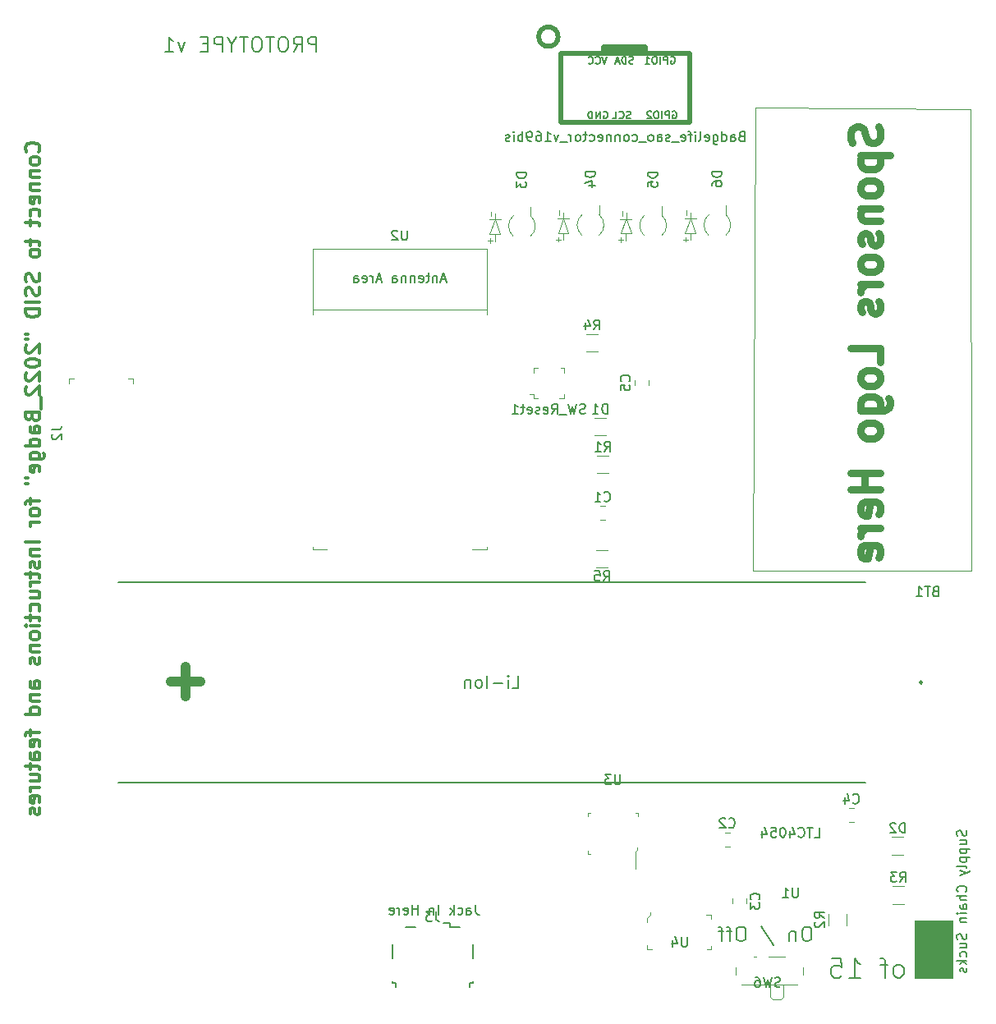
<source format=gbr>
%TF.GenerationSoftware,KiCad,Pcbnew,(5.1.10)-1*%
%TF.CreationDate,2021-11-08T11:40:21-08:00*%
%TF.ProjectId,ProspectBoards,50726f73-7065-4637-9442-6f617264732e,rev?*%
%TF.SameCoordinates,Original*%
%TF.FileFunction,Legend,Bot*%
%TF.FilePolarity,Positive*%
%FSLAX46Y46*%
G04 Gerber Fmt 4.6, Leading zero omitted, Abs format (unit mm)*
G04 Created by KiCad (PCBNEW (5.1.10)-1) date 2021-11-08 11:40:21*
%MOMM*%
%LPD*%
G01*
G04 APERTURE LIST*
%ADD10C,1.000000*%
%ADD11C,0.150000*%
%ADD12C,0.100000*%
%ADD13C,0.300000*%
%ADD14C,0.120000*%
%ADD15C,0.750000*%
%ADD16C,0.500000*%
%ADD17C,0.250000*%
G04 APERTURE END LIST*
D10*
X91723809Y-114310714D02*
X88676190Y-114310714D01*
X90200000Y-115834523D02*
X90200000Y-112786904D01*
D11*
X163880952Y-144829761D02*
X164071428Y-144734523D01*
X164166666Y-144639285D01*
X164261904Y-144448809D01*
X164261904Y-143877380D01*
X164166666Y-143686904D01*
X164071428Y-143591666D01*
X163880952Y-143496428D01*
X163595238Y-143496428D01*
X163404761Y-143591666D01*
X163309523Y-143686904D01*
X163214285Y-143877380D01*
X163214285Y-144448809D01*
X163309523Y-144639285D01*
X163404761Y-144734523D01*
X163595238Y-144829761D01*
X163880952Y-144829761D01*
X162642857Y-143496428D02*
X161880952Y-143496428D01*
X162357142Y-144829761D02*
X162357142Y-143115476D01*
X162261904Y-142925000D01*
X162071428Y-142829761D01*
X161880952Y-142829761D01*
X158642857Y-144829761D02*
X159785714Y-144829761D01*
X159214285Y-144829761D02*
X159214285Y-142829761D01*
X159404761Y-143115476D01*
X159595238Y-143305952D01*
X159785714Y-143401190D01*
X156833333Y-142829761D02*
X157785714Y-142829761D01*
X157880952Y-143782142D01*
X157785714Y-143686904D01*
X157595238Y-143591666D01*
X157119047Y-143591666D01*
X156928571Y-143686904D01*
X156833333Y-143782142D01*
X156738095Y-143972619D01*
X156738095Y-144448809D01*
X156833333Y-144639285D01*
X156928571Y-144734523D01*
X157119047Y-144829761D01*
X157595238Y-144829761D01*
X157785714Y-144734523D01*
X157880952Y-144639285D01*
D12*
G36*
X169325000Y-144875000D02*
G01*
X165400000Y-144875000D01*
X165400000Y-138975000D01*
X169275000Y-138975000D01*
X169325000Y-144875000D01*
G37*
X169325000Y-144875000D02*
X165400000Y-144875000D01*
X165400000Y-138975000D01*
X169275000Y-138975000D01*
X169325000Y-144875000D01*
D11*
X103710714Y-49328571D02*
X103710714Y-47828571D01*
X103139285Y-47828571D01*
X102996428Y-47900000D01*
X102925000Y-47971428D01*
X102853571Y-48114285D01*
X102853571Y-48328571D01*
X102925000Y-48471428D01*
X102996428Y-48542857D01*
X103139285Y-48614285D01*
X103710714Y-48614285D01*
X101353571Y-49328571D02*
X101853571Y-48614285D01*
X102210714Y-49328571D02*
X102210714Y-47828571D01*
X101639285Y-47828571D01*
X101496428Y-47900000D01*
X101425000Y-47971428D01*
X101353571Y-48114285D01*
X101353571Y-48328571D01*
X101425000Y-48471428D01*
X101496428Y-48542857D01*
X101639285Y-48614285D01*
X102210714Y-48614285D01*
X100425000Y-47828571D02*
X100139285Y-47828571D01*
X99996428Y-47900000D01*
X99853571Y-48042857D01*
X99782142Y-48328571D01*
X99782142Y-48828571D01*
X99853571Y-49114285D01*
X99996428Y-49257142D01*
X100139285Y-49328571D01*
X100425000Y-49328571D01*
X100567857Y-49257142D01*
X100710714Y-49114285D01*
X100782142Y-48828571D01*
X100782142Y-48328571D01*
X100710714Y-48042857D01*
X100567857Y-47900000D01*
X100425000Y-47828571D01*
X99353571Y-47828571D02*
X98496428Y-47828571D01*
X98925000Y-49328571D02*
X98925000Y-47828571D01*
X97710714Y-47828571D02*
X97425000Y-47828571D01*
X97282142Y-47900000D01*
X97139285Y-48042857D01*
X97067857Y-48328571D01*
X97067857Y-48828571D01*
X97139285Y-49114285D01*
X97282142Y-49257142D01*
X97425000Y-49328571D01*
X97710714Y-49328571D01*
X97853571Y-49257142D01*
X97996428Y-49114285D01*
X98067857Y-48828571D01*
X98067857Y-48328571D01*
X97996428Y-48042857D01*
X97853571Y-47900000D01*
X97710714Y-47828571D01*
X96639285Y-47828571D02*
X95782142Y-47828571D01*
X96210714Y-49328571D02*
X96210714Y-47828571D01*
X94996428Y-48614285D02*
X94996428Y-49328571D01*
X95496428Y-47828571D02*
X94996428Y-48614285D01*
X94496428Y-47828571D01*
X93996428Y-49328571D02*
X93996428Y-47828571D01*
X93425000Y-47828571D01*
X93282142Y-47900000D01*
X93210714Y-47971428D01*
X93139285Y-48114285D01*
X93139285Y-48328571D01*
X93210714Y-48471428D01*
X93282142Y-48542857D01*
X93425000Y-48614285D01*
X93996428Y-48614285D01*
X92496428Y-48542857D02*
X91996428Y-48542857D01*
X91782142Y-49328571D02*
X92496428Y-49328571D01*
X92496428Y-47828571D01*
X91782142Y-47828571D01*
X90139285Y-48328571D02*
X89782142Y-49328571D01*
X89425000Y-48328571D01*
X88067857Y-49328571D02*
X88925000Y-49328571D01*
X88496428Y-49328571D02*
X88496428Y-47828571D01*
X88639285Y-48042857D01*
X88782142Y-48185714D01*
X88925000Y-48257142D01*
X154417857Y-139578571D02*
X154132142Y-139578571D01*
X153989285Y-139650000D01*
X153846428Y-139792857D01*
X153775000Y-140078571D01*
X153775000Y-140578571D01*
X153846428Y-140864285D01*
X153989285Y-141007142D01*
X154132142Y-141078571D01*
X154417857Y-141078571D01*
X154560714Y-141007142D01*
X154703571Y-140864285D01*
X154775000Y-140578571D01*
X154775000Y-140078571D01*
X154703571Y-139792857D01*
X154560714Y-139650000D01*
X154417857Y-139578571D01*
X153132142Y-140078571D02*
X153132142Y-141078571D01*
X153132142Y-140221428D02*
X153060714Y-140150000D01*
X152917857Y-140078571D01*
X152703571Y-140078571D01*
X152560714Y-140150000D01*
X152489285Y-140292857D01*
X152489285Y-141078571D01*
X149560714Y-139507142D02*
X150846428Y-141435714D01*
X147632142Y-139578571D02*
X147346428Y-139578571D01*
X147203571Y-139650000D01*
X147060714Y-139792857D01*
X146989285Y-140078571D01*
X146989285Y-140578571D01*
X147060714Y-140864285D01*
X147203571Y-141007142D01*
X147346428Y-141078571D01*
X147632142Y-141078571D01*
X147775000Y-141007142D01*
X147917857Y-140864285D01*
X147989285Y-140578571D01*
X147989285Y-140078571D01*
X147917857Y-139792857D01*
X147775000Y-139650000D01*
X147632142Y-139578571D01*
X146560714Y-140078571D02*
X145989285Y-140078571D01*
X146346428Y-141078571D02*
X146346428Y-139792857D01*
X146275000Y-139650000D01*
X146132142Y-139578571D01*
X145989285Y-139578571D01*
X145703571Y-140078571D02*
X145132142Y-140078571D01*
X145489285Y-141078571D02*
X145489285Y-139792857D01*
X145417857Y-139650000D01*
X145275000Y-139578571D01*
X145132142Y-139578571D01*
X170704761Y-129640476D02*
X170752380Y-129783333D01*
X170752380Y-130021428D01*
X170704761Y-130116666D01*
X170657142Y-130164285D01*
X170561904Y-130211904D01*
X170466666Y-130211904D01*
X170371428Y-130164285D01*
X170323809Y-130116666D01*
X170276190Y-130021428D01*
X170228571Y-129830952D01*
X170180952Y-129735714D01*
X170133333Y-129688095D01*
X170038095Y-129640476D01*
X169942857Y-129640476D01*
X169847619Y-129688095D01*
X169800000Y-129735714D01*
X169752380Y-129830952D01*
X169752380Y-130069047D01*
X169800000Y-130211904D01*
X170085714Y-131069047D02*
X170752380Y-131069047D01*
X170085714Y-130640476D02*
X170609523Y-130640476D01*
X170704761Y-130688095D01*
X170752380Y-130783333D01*
X170752380Y-130926190D01*
X170704761Y-131021428D01*
X170657142Y-131069047D01*
X170085714Y-131545238D02*
X171085714Y-131545238D01*
X170133333Y-131545238D02*
X170085714Y-131640476D01*
X170085714Y-131830952D01*
X170133333Y-131926190D01*
X170180952Y-131973809D01*
X170276190Y-132021428D01*
X170561904Y-132021428D01*
X170657142Y-131973809D01*
X170704761Y-131926190D01*
X170752380Y-131830952D01*
X170752380Y-131640476D01*
X170704761Y-131545238D01*
X170085714Y-132450000D02*
X171085714Y-132450000D01*
X170133333Y-132450000D02*
X170085714Y-132545238D01*
X170085714Y-132735714D01*
X170133333Y-132830952D01*
X170180952Y-132878571D01*
X170276190Y-132926190D01*
X170561904Y-132926190D01*
X170657142Y-132878571D01*
X170704761Y-132830952D01*
X170752380Y-132735714D01*
X170752380Y-132545238D01*
X170704761Y-132450000D01*
X170752380Y-133497619D02*
X170704761Y-133402380D01*
X170609523Y-133354761D01*
X169752380Y-133354761D01*
X170085714Y-133783333D02*
X170752380Y-134021428D01*
X170085714Y-134259523D02*
X170752380Y-134021428D01*
X170990476Y-133926190D01*
X171038095Y-133878571D01*
X171085714Y-133783333D01*
X170657142Y-135973809D02*
X170704761Y-135926190D01*
X170752380Y-135783333D01*
X170752380Y-135688095D01*
X170704761Y-135545238D01*
X170609523Y-135450000D01*
X170514285Y-135402380D01*
X170323809Y-135354761D01*
X170180952Y-135354761D01*
X169990476Y-135402380D01*
X169895238Y-135450000D01*
X169800000Y-135545238D01*
X169752380Y-135688095D01*
X169752380Y-135783333D01*
X169800000Y-135926190D01*
X169847619Y-135973809D01*
X170752380Y-136402380D02*
X169752380Y-136402380D01*
X170752380Y-136830952D02*
X170228571Y-136830952D01*
X170133333Y-136783333D01*
X170085714Y-136688095D01*
X170085714Y-136545238D01*
X170133333Y-136450000D01*
X170180952Y-136402380D01*
X170752380Y-137735714D02*
X170228571Y-137735714D01*
X170133333Y-137688095D01*
X170085714Y-137592857D01*
X170085714Y-137402380D01*
X170133333Y-137307142D01*
X170704761Y-137735714D02*
X170752380Y-137640476D01*
X170752380Y-137402380D01*
X170704761Y-137307142D01*
X170609523Y-137259523D01*
X170514285Y-137259523D01*
X170419047Y-137307142D01*
X170371428Y-137402380D01*
X170371428Y-137640476D01*
X170323809Y-137735714D01*
X170752380Y-138211904D02*
X170085714Y-138211904D01*
X169752380Y-138211904D02*
X169800000Y-138164285D01*
X169847619Y-138211904D01*
X169800000Y-138259523D01*
X169752380Y-138211904D01*
X169847619Y-138211904D01*
X170085714Y-138688095D02*
X170752380Y-138688095D01*
X170180952Y-138688095D02*
X170133333Y-138735714D01*
X170085714Y-138830952D01*
X170085714Y-138973809D01*
X170133333Y-139069047D01*
X170228571Y-139116666D01*
X170752380Y-139116666D01*
X170704761Y-140307142D02*
X170752380Y-140450000D01*
X170752380Y-140688095D01*
X170704761Y-140783333D01*
X170657142Y-140830952D01*
X170561904Y-140878571D01*
X170466666Y-140878571D01*
X170371428Y-140830952D01*
X170323809Y-140783333D01*
X170276190Y-140688095D01*
X170228571Y-140497619D01*
X170180952Y-140402380D01*
X170133333Y-140354761D01*
X170038095Y-140307142D01*
X169942857Y-140307142D01*
X169847619Y-140354761D01*
X169800000Y-140402380D01*
X169752380Y-140497619D01*
X169752380Y-140735714D01*
X169800000Y-140878571D01*
X170085714Y-141735714D02*
X170752380Y-141735714D01*
X170085714Y-141307142D02*
X170609523Y-141307142D01*
X170704761Y-141354761D01*
X170752380Y-141450000D01*
X170752380Y-141592857D01*
X170704761Y-141688095D01*
X170657142Y-141735714D01*
X170704761Y-142640476D02*
X170752380Y-142545238D01*
X170752380Y-142354761D01*
X170704761Y-142259523D01*
X170657142Y-142211904D01*
X170561904Y-142164285D01*
X170276190Y-142164285D01*
X170180952Y-142211904D01*
X170133333Y-142259523D01*
X170085714Y-142354761D01*
X170085714Y-142545238D01*
X170133333Y-142640476D01*
X170752380Y-143069047D02*
X169752380Y-143069047D01*
X170371428Y-143164285D02*
X170752380Y-143450000D01*
X170085714Y-143450000D02*
X170466666Y-143069047D01*
X170704761Y-143830952D02*
X170752380Y-143926190D01*
X170752380Y-144116666D01*
X170704761Y-144211904D01*
X170609523Y-144259523D01*
X170561904Y-144259523D01*
X170466666Y-144211904D01*
X170419047Y-144116666D01*
X170419047Y-143973809D01*
X170371428Y-143878571D01*
X170276190Y-143830952D01*
X170228571Y-143830952D01*
X170133333Y-143878571D01*
X170085714Y-143973809D01*
X170085714Y-144116666D01*
X170133333Y-144211904D01*
X120110714Y-137302380D02*
X120110714Y-138016666D01*
X120158333Y-138159523D01*
X120253571Y-138254761D01*
X120396428Y-138302380D01*
X120491666Y-138302380D01*
X119205952Y-138302380D02*
X119205952Y-137778571D01*
X119253571Y-137683333D01*
X119348809Y-137635714D01*
X119539285Y-137635714D01*
X119634523Y-137683333D01*
X119205952Y-138254761D02*
X119301190Y-138302380D01*
X119539285Y-138302380D01*
X119634523Y-138254761D01*
X119682142Y-138159523D01*
X119682142Y-138064285D01*
X119634523Y-137969047D01*
X119539285Y-137921428D01*
X119301190Y-137921428D01*
X119205952Y-137873809D01*
X118301190Y-138254761D02*
X118396428Y-138302380D01*
X118586904Y-138302380D01*
X118682142Y-138254761D01*
X118729761Y-138207142D01*
X118777380Y-138111904D01*
X118777380Y-137826190D01*
X118729761Y-137730952D01*
X118682142Y-137683333D01*
X118586904Y-137635714D01*
X118396428Y-137635714D01*
X118301190Y-137683333D01*
X117872619Y-138302380D02*
X117872619Y-137302380D01*
X117777380Y-137921428D02*
X117491666Y-138302380D01*
X117491666Y-137635714D02*
X117872619Y-138016666D01*
X116301190Y-138302380D02*
X116301190Y-137302380D01*
X115825000Y-137635714D02*
X115825000Y-138302380D01*
X115825000Y-137730952D02*
X115777380Y-137683333D01*
X115682142Y-137635714D01*
X115539285Y-137635714D01*
X115444047Y-137683333D01*
X115396428Y-137778571D01*
X115396428Y-138302380D01*
X114158333Y-138302380D02*
X114158333Y-137302380D01*
X114158333Y-137778571D02*
X113586904Y-137778571D01*
X113586904Y-138302380D02*
X113586904Y-137302380D01*
X112729761Y-138254761D02*
X112825000Y-138302380D01*
X113015476Y-138302380D01*
X113110714Y-138254761D01*
X113158333Y-138159523D01*
X113158333Y-137778571D01*
X113110714Y-137683333D01*
X113015476Y-137635714D01*
X112825000Y-137635714D01*
X112729761Y-137683333D01*
X112682142Y-137778571D01*
X112682142Y-137873809D01*
X113158333Y-137969047D01*
X112253571Y-138302380D02*
X112253571Y-137635714D01*
X112253571Y-137826190D02*
X112205952Y-137730952D01*
X112158333Y-137683333D01*
X112063095Y-137635714D01*
X111967857Y-137635714D01*
X111253571Y-138254761D02*
X111348809Y-138302380D01*
X111539285Y-138302380D01*
X111634523Y-138254761D01*
X111682142Y-138159523D01*
X111682142Y-137778571D01*
X111634523Y-137683333D01*
X111539285Y-137635714D01*
X111348809Y-137635714D01*
X111253571Y-137683333D01*
X111205952Y-137778571D01*
X111205952Y-137873809D01*
X111682142Y-137969047D01*
D13*
X75035714Y-59660714D02*
X75107142Y-59589285D01*
X75178571Y-59375000D01*
X75178571Y-59232142D01*
X75107142Y-59017857D01*
X74964285Y-58875000D01*
X74821428Y-58803571D01*
X74535714Y-58732142D01*
X74321428Y-58732142D01*
X74035714Y-58803571D01*
X73892857Y-58875000D01*
X73750000Y-59017857D01*
X73678571Y-59232142D01*
X73678571Y-59375000D01*
X73750000Y-59589285D01*
X73821428Y-59660714D01*
X75178571Y-60517857D02*
X75107142Y-60375000D01*
X75035714Y-60303571D01*
X74892857Y-60232142D01*
X74464285Y-60232142D01*
X74321428Y-60303571D01*
X74250000Y-60375000D01*
X74178571Y-60517857D01*
X74178571Y-60732142D01*
X74250000Y-60875000D01*
X74321428Y-60946428D01*
X74464285Y-61017857D01*
X74892857Y-61017857D01*
X75035714Y-60946428D01*
X75107142Y-60875000D01*
X75178571Y-60732142D01*
X75178571Y-60517857D01*
X74178571Y-61660714D02*
X75178571Y-61660714D01*
X74321428Y-61660714D02*
X74250000Y-61732142D01*
X74178571Y-61875000D01*
X74178571Y-62089285D01*
X74250000Y-62232142D01*
X74392857Y-62303571D01*
X75178571Y-62303571D01*
X74178571Y-63017857D02*
X75178571Y-63017857D01*
X74321428Y-63017857D02*
X74250000Y-63089285D01*
X74178571Y-63232142D01*
X74178571Y-63446428D01*
X74250000Y-63589285D01*
X74392857Y-63660714D01*
X75178571Y-63660714D01*
X75107142Y-64946428D02*
X75178571Y-64803571D01*
X75178571Y-64517857D01*
X75107142Y-64375000D01*
X74964285Y-64303571D01*
X74392857Y-64303571D01*
X74250000Y-64375000D01*
X74178571Y-64517857D01*
X74178571Y-64803571D01*
X74250000Y-64946428D01*
X74392857Y-65017857D01*
X74535714Y-65017857D01*
X74678571Y-64303571D01*
X75107142Y-66303571D02*
X75178571Y-66160714D01*
X75178571Y-65875000D01*
X75107142Y-65732142D01*
X75035714Y-65660714D01*
X74892857Y-65589285D01*
X74464285Y-65589285D01*
X74321428Y-65660714D01*
X74250000Y-65732142D01*
X74178571Y-65875000D01*
X74178571Y-66160714D01*
X74250000Y-66303571D01*
X74178571Y-66732142D02*
X74178571Y-67303571D01*
X73678571Y-66946428D02*
X74964285Y-66946428D01*
X75107142Y-67017857D01*
X75178571Y-67160714D01*
X75178571Y-67303571D01*
X74178571Y-68732142D02*
X74178571Y-69303571D01*
X73678571Y-68946428D02*
X74964285Y-68946428D01*
X75107142Y-69017857D01*
X75178571Y-69160714D01*
X75178571Y-69303571D01*
X75178571Y-70017857D02*
X75107142Y-69875000D01*
X75035714Y-69803571D01*
X74892857Y-69732142D01*
X74464285Y-69732142D01*
X74321428Y-69803571D01*
X74250000Y-69875000D01*
X74178571Y-70017857D01*
X74178571Y-70232142D01*
X74250000Y-70375000D01*
X74321428Y-70446428D01*
X74464285Y-70517857D01*
X74892857Y-70517857D01*
X75035714Y-70446428D01*
X75107142Y-70375000D01*
X75178571Y-70232142D01*
X75178571Y-70017857D01*
X75107142Y-72232142D02*
X75178571Y-72446428D01*
X75178571Y-72803571D01*
X75107142Y-72946428D01*
X75035714Y-73017857D01*
X74892857Y-73089285D01*
X74750000Y-73089285D01*
X74607142Y-73017857D01*
X74535714Y-72946428D01*
X74464285Y-72803571D01*
X74392857Y-72517857D01*
X74321428Y-72375000D01*
X74250000Y-72303571D01*
X74107142Y-72232142D01*
X73964285Y-72232142D01*
X73821428Y-72303571D01*
X73750000Y-72375000D01*
X73678571Y-72517857D01*
X73678571Y-72875000D01*
X73750000Y-73089285D01*
X75107142Y-73660714D02*
X75178571Y-73875000D01*
X75178571Y-74232142D01*
X75107142Y-74375000D01*
X75035714Y-74446428D01*
X74892857Y-74517857D01*
X74750000Y-74517857D01*
X74607142Y-74446428D01*
X74535714Y-74375000D01*
X74464285Y-74232142D01*
X74392857Y-73946428D01*
X74321428Y-73803571D01*
X74250000Y-73732142D01*
X74107142Y-73660714D01*
X73964285Y-73660714D01*
X73821428Y-73732142D01*
X73750000Y-73803571D01*
X73678571Y-73946428D01*
X73678571Y-74303571D01*
X73750000Y-74517857D01*
X75178571Y-75160714D02*
X73678571Y-75160714D01*
X75178571Y-75875000D02*
X73678571Y-75875000D01*
X73678571Y-76232142D01*
X73750000Y-76446428D01*
X73892857Y-76589285D01*
X74035714Y-76660714D01*
X74321428Y-76732142D01*
X74535714Y-76732142D01*
X74821428Y-76660714D01*
X74964285Y-76589285D01*
X75107142Y-76446428D01*
X75178571Y-76232142D01*
X75178571Y-75875000D01*
X73678571Y-78446428D02*
X73964285Y-78446428D01*
X73678571Y-79017857D02*
X73964285Y-79017857D01*
X73821428Y-79589285D02*
X73750000Y-79660714D01*
X73678571Y-79803571D01*
X73678571Y-80160714D01*
X73750000Y-80303571D01*
X73821428Y-80375000D01*
X73964285Y-80446428D01*
X74107142Y-80446428D01*
X74321428Y-80375000D01*
X75178571Y-79517857D01*
X75178571Y-80446428D01*
X73678571Y-81375000D02*
X73678571Y-81517857D01*
X73750000Y-81660714D01*
X73821428Y-81732142D01*
X73964285Y-81803571D01*
X74250000Y-81875000D01*
X74607142Y-81875000D01*
X74892857Y-81803571D01*
X75035714Y-81732142D01*
X75107142Y-81660714D01*
X75178571Y-81517857D01*
X75178571Y-81375000D01*
X75107142Y-81232142D01*
X75035714Y-81160714D01*
X74892857Y-81089285D01*
X74607142Y-81017857D01*
X74250000Y-81017857D01*
X73964285Y-81089285D01*
X73821428Y-81160714D01*
X73750000Y-81232142D01*
X73678571Y-81375000D01*
X73821428Y-82446428D02*
X73750000Y-82517857D01*
X73678571Y-82660714D01*
X73678571Y-83017857D01*
X73750000Y-83160714D01*
X73821428Y-83232142D01*
X73964285Y-83303571D01*
X74107142Y-83303571D01*
X74321428Y-83232142D01*
X75178571Y-82375000D01*
X75178571Y-83303571D01*
X73821428Y-83874999D02*
X73750000Y-83946428D01*
X73678571Y-84089285D01*
X73678571Y-84446428D01*
X73750000Y-84589285D01*
X73821428Y-84660714D01*
X73964285Y-84732142D01*
X74107142Y-84732142D01*
X74321428Y-84660714D01*
X75178571Y-83803571D01*
X75178571Y-84732142D01*
X75321428Y-85017857D02*
X75321428Y-86160714D01*
X74392857Y-87017857D02*
X74464285Y-87232142D01*
X74535714Y-87303571D01*
X74678571Y-87374999D01*
X74892857Y-87374999D01*
X75035714Y-87303571D01*
X75107142Y-87232142D01*
X75178571Y-87089285D01*
X75178571Y-86517857D01*
X73678571Y-86517857D01*
X73678571Y-87017857D01*
X73750000Y-87160714D01*
X73821428Y-87232142D01*
X73964285Y-87303571D01*
X74107142Y-87303571D01*
X74250000Y-87232142D01*
X74321428Y-87160714D01*
X74392857Y-87017857D01*
X74392857Y-86517857D01*
X75178571Y-88660714D02*
X74392857Y-88660714D01*
X74250000Y-88589285D01*
X74178571Y-88446428D01*
X74178571Y-88160714D01*
X74250000Y-88017857D01*
X75107142Y-88660714D02*
X75178571Y-88517857D01*
X75178571Y-88160714D01*
X75107142Y-88017857D01*
X74964285Y-87946428D01*
X74821428Y-87946428D01*
X74678571Y-88017857D01*
X74607142Y-88160714D01*
X74607142Y-88517857D01*
X74535714Y-88660714D01*
X75178571Y-90017857D02*
X73678571Y-90017857D01*
X75107142Y-90017857D02*
X75178571Y-89874999D01*
X75178571Y-89589285D01*
X75107142Y-89446428D01*
X75035714Y-89374999D01*
X74892857Y-89303571D01*
X74464285Y-89303571D01*
X74321428Y-89374999D01*
X74250000Y-89446428D01*
X74178571Y-89589285D01*
X74178571Y-89874999D01*
X74250000Y-90017857D01*
X74178571Y-91374999D02*
X75392857Y-91374999D01*
X75535714Y-91303571D01*
X75607142Y-91232142D01*
X75678571Y-91089285D01*
X75678571Y-90874999D01*
X75607142Y-90732142D01*
X75107142Y-91374999D02*
X75178571Y-91232142D01*
X75178571Y-90946428D01*
X75107142Y-90803571D01*
X75035714Y-90732142D01*
X74892857Y-90660714D01*
X74464285Y-90660714D01*
X74321428Y-90732142D01*
X74250000Y-90803571D01*
X74178571Y-90946428D01*
X74178571Y-91232142D01*
X74250000Y-91374999D01*
X75107142Y-92660714D02*
X75178571Y-92517857D01*
X75178571Y-92232142D01*
X75107142Y-92089285D01*
X74964285Y-92017857D01*
X74392857Y-92017857D01*
X74250000Y-92089285D01*
X74178571Y-92232142D01*
X74178571Y-92517857D01*
X74250000Y-92660714D01*
X74392857Y-92732142D01*
X74535714Y-92732142D01*
X74678571Y-92017857D01*
X73678571Y-93303571D02*
X73964285Y-93303571D01*
X73678571Y-93874999D02*
X73964285Y-93874999D01*
X74178571Y-95446428D02*
X74178571Y-96017857D01*
X75178571Y-95660714D02*
X73892857Y-95660714D01*
X73750000Y-95732142D01*
X73678571Y-95874999D01*
X73678571Y-96017857D01*
X75178571Y-96732142D02*
X75107142Y-96589285D01*
X75035714Y-96517857D01*
X74892857Y-96446428D01*
X74464285Y-96446428D01*
X74321428Y-96517857D01*
X74250000Y-96589285D01*
X74178571Y-96732142D01*
X74178571Y-96946428D01*
X74250000Y-97089285D01*
X74321428Y-97160714D01*
X74464285Y-97232142D01*
X74892857Y-97232142D01*
X75035714Y-97160714D01*
X75107142Y-97089285D01*
X75178571Y-96946428D01*
X75178571Y-96732142D01*
X75178571Y-97874999D02*
X74178571Y-97874999D01*
X74464285Y-97874999D02*
X74321428Y-97946428D01*
X74250000Y-98017857D01*
X74178571Y-98160714D01*
X74178571Y-98303571D01*
X75178571Y-99946428D02*
X73678571Y-99946428D01*
X74178571Y-100660714D02*
X75178571Y-100660714D01*
X74321428Y-100660714D02*
X74250000Y-100732142D01*
X74178571Y-100874999D01*
X74178571Y-101089285D01*
X74250000Y-101232142D01*
X74392857Y-101303571D01*
X75178571Y-101303571D01*
X75107142Y-101946428D02*
X75178571Y-102089285D01*
X75178571Y-102374999D01*
X75107142Y-102517857D01*
X74964285Y-102589285D01*
X74892857Y-102589285D01*
X74750000Y-102517857D01*
X74678571Y-102374999D01*
X74678571Y-102160714D01*
X74607142Y-102017857D01*
X74464285Y-101946428D01*
X74392857Y-101946428D01*
X74250000Y-102017857D01*
X74178571Y-102160714D01*
X74178571Y-102374999D01*
X74250000Y-102517857D01*
X74178571Y-103017857D02*
X74178571Y-103589285D01*
X73678571Y-103232142D02*
X74964285Y-103232142D01*
X75107142Y-103303571D01*
X75178571Y-103446428D01*
X75178571Y-103589285D01*
X75178571Y-104089285D02*
X74178571Y-104089285D01*
X74464285Y-104089285D02*
X74321428Y-104160714D01*
X74250000Y-104232142D01*
X74178571Y-104374999D01*
X74178571Y-104517857D01*
X74178571Y-105660714D02*
X75178571Y-105660714D01*
X74178571Y-105017857D02*
X74964285Y-105017857D01*
X75107142Y-105089285D01*
X75178571Y-105232142D01*
X75178571Y-105446428D01*
X75107142Y-105589285D01*
X75035714Y-105660714D01*
X75107142Y-107017857D02*
X75178571Y-106874999D01*
X75178571Y-106589285D01*
X75107142Y-106446428D01*
X75035714Y-106374999D01*
X74892857Y-106303571D01*
X74464285Y-106303571D01*
X74321428Y-106374999D01*
X74250000Y-106446428D01*
X74178571Y-106589285D01*
X74178571Y-106874999D01*
X74250000Y-107017857D01*
X74178571Y-107446428D02*
X74178571Y-108017857D01*
X73678571Y-107660714D02*
X74964285Y-107660714D01*
X75107142Y-107732142D01*
X75178571Y-107874999D01*
X75178571Y-108017857D01*
X75178571Y-108517857D02*
X74178571Y-108517857D01*
X73678571Y-108517857D02*
X73750000Y-108446428D01*
X73821428Y-108517857D01*
X73750000Y-108589285D01*
X73678571Y-108517857D01*
X73821428Y-108517857D01*
X75178571Y-109446428D02*
X75107142Y-109303571D01*
X75035714Y-109232142D01*
X74892857Y-109160714D01*
X74464285Y-109160714D01*
X74321428Y-109232142D01*
X74250000Y-109303571D01*
X74178571Y-109446428D01*
X74178571Y-109660714D01*
X74250000Y-109803571D01*
X74321428Y-109874999D01*
X74464285Y-109946428D01*
X74892857Y-109946428D01*
X75035714Y-109874999D01*
X75107142Y-109803571D01*
X75178571Y-109660714D01*
X75178571Y-109446428D01*
X74178571Y-110589285D02*
X75178571Y-110589285D01*
X74321428Y-110589285D02*
X74250000Y-110660714D01*
X74178571Y-110803571D01*
X74178571Y-111017857D01*
X74250000Y-111160714D01*
X74392857Y-111232142D01*
X75178571Y-111232142D01*
X75107142Y-111874999D02*
X75178571Y-112017857D01*
X75178571Y-112303571D01*
X75107142Y-112446428D01*
X74964285Y-112517857D01*
X74892857Y-112517857D01*
X74750000Y-112446428D01*
X74678571Y-112303571D01*
X74678571Y-112089285D01*
X74607142Y-111946428D01*
X74464285Y-111874999D01*
X74392857Y-111874999D01*
X74250000Y-111946428D01*
X74178571Y-112089285D01*
X74178571Y-112303571D01*
X74250000Y-112446428D01*
X75178571Y-114946428D02*
X74392857Y-114946428D01*
X74250000Y-114874999D01*
X74178571Y-114732142D01*
X74178571Y-114446428D01*
X74250000Y-114303571D01*
X75107142Y-114946428D02*
X75178571Y-114803571D01*
X75178571Y-114446428D01*
X75107142Y-114303571D01*
X74964285Y-114232142D01*
X74821428Y-114232142D01*
X74678571Y-114303571D01*
X74607142Y-114446428D01*
X74607142Y-114803571D01*
X74535714Y-114946428D01*
X74178571Y-115660714D02*
X75178571Y-115660714D01*
X74321428Y-115660714D02*
X74250000Y-115732142D01*
X74178571Y-115874999D01*
X74178571Y-116089285D01*
X74250000Y-116232142D01*
X74392857Y-116303571D01*
X75178571Y-116303571D01*
X75178571Y-117660714D02*
X73678571Y-117660714D01*
X75107142Y-117660714D02*
X75178571Y-117517857D01*
X75178571Y-117232142D01*
X75107142Y-117089285D01*
X75035714Y-117017857D01*
X74892857Y-116946428D01*
X74464285Y-116946428D01*
X74321428Y-117017857D01*
X74250000Y-117089285D01*
X74178571Y-117232142D01*
X74178571Y-117517857D01*
X74250000Y-117660714D01*
X74178571Y-119303571D02*
X74178571Y-119874999D01*
X75178571Y-119517857D02*
X73892857Y-119517857D01*
X73750000Y-119589285D01*
X73678571Y-119732142D01*
X73678571Y-119874999D01*
X75107142Y-120946428D02*
X75178571Y-120803571D01*
X75178571Y-120517857D01*
X75107142Y-120374999D01*
X74964285Y-120303571D01*
X74392857Y-120303571D01*
X74250000Y-120374999D01*
X74178571Y-120517857D01*
X74178571Y-120803571D01*
X74250000Y-120946428D01*
X74392857Y-121017857D01*
X74535714Y-121017857D01*
X74678571Y-120303571D01*
X75178571Y-122303571D02*
X74392857Y-122303571D01*
X74250000Y-122232142D01*
X74178571Y-122089285D01*
X74178571Y-121803571D01*
X74250000Y-121660714D01*
X75107142Y-122303571D02*
X75178571Y-122160714D01*
X75178571Y-121803571D01*
X75107142Y-121660714D01*
X74964285Y-121589285D01*
X74821428Y-121589285D01*
X74678571Y-121660714D01*
X74607142Y-121803571D01*
X74607142Y-122160714D01*
X74535714Y-122303571D01*
X74178571Y-122803571D02*
X74178571Y-123374999D01*
X73678571Y-123017857D02*
X74964285Y-123017857D01*
X75107142Y-123089285D01*
X75178571Y-123232142D01*
X75178571Y-123374999D01*
X74178571Y-124517857D02*
X75178571Y-124517857D01*
X74178571Y-123874999D02*
X74964285Y-123874999D01*
X75107142Y-123946428D01*
X75178571Y-124089285D01*
X75178571Y-124303571D01*
X75107142Y-124446428D01*
X75035714Y-124517857D01*
X75178571Y-125232142D02*
X74178571Y-125232142D01*
X74464285Y-125232142D02*
X74321428Y-125303571D01*
X74250000Y-125374999D01*
X74178571Y-125517857D01*
X74178571Y-125660714D01*
X75107142Y-126732142D02*
X75178571Y-126589285D01*
X75178571Y-126303571D01*
X75107142Y-126160714D01*
X74964285Y-126089285D01*
X74392857Y-126089285D01*
X74250000Y-126160714D01*
X74178571Y-126303571D01*
X74178571Y-126589285D01*
X74250000Y-126732142D01*
X74392857Y-126803571D01*
X74535714Y-126803571D01*
X74678571Y-126089285D01*
X75107142Y-127374999D02*
X75178571Y-127517857D01*
X75178571Y-127803571D01*
X75107142Y-127946428D01*
X74964285Y-128017857D01*
X74892857Y-128017857D01*
X74750000Y-127946428D01*
X74678571Y-127803571D01*
X74678571Y-127589285D01*
X74607142Y-127446428D01*
X74464285Y-127374999D01*
X74392857Y-127374999D01*
X74250000Y-127446428D01*
X74178571Y-127589285D01*
X74178571Y-127803571D01*
X74250000Y-127946428D01*
D14*
X148975000Y-55100000D02*
X148725000Y-102875000D01*
X171125000Y-55275000D02*
X148975000Y-55100000D01*
X171275000Y-102850000D02*
X171125000Y-55275000D01*
X148700000Y-102875000D02*
X171275000Y-102850000D01*
D15*
X161689285Y-57064285D02*
X161832142Y-57492857D01*
X161832142Y-58207142D01*
X161689285Y-58492857D01*
X161546428Y-58635714D01*
X161260714Y-58778571D01*
X160975000Y-58778571D01*
X160689285Y-58635714D01*
X160546428Y-58492857D01*
X160403571Y-58207142D01*
X160260714Y-57635714D01*
X160117857Y-57350000D01*
X159975000Y-57207142D01*
X159689285Y-57064285D01*
X159403571Y-57064285D01*
X159117857Y-57207142D01*
X158975000Y-57350000D01*
X158832142Y-57635714D01*
X158832142Y-58350000D01*
X158975000Y-58778571D01*
X159832142Y-60064285D02*
X162832142Y-60064285D01*
X159975000Y-60064285D02*
X159832142Y-60350000D01*
X159832142Y-60921428D01*
X159975000Y-61207142D01*
X160117857Y-61350000D01*
X160403571Y-61492857D01*
X161260714Y-61492857D01*
X161546428Y-61350000D01*
X161689285Y-61207142D01*
X161832142Y-60921428D01*
X161832142Y-60350000D01*
X161689285Y-60064285D01*
X161832142Y-63207142D02*
X161689285Y-62921428D01*
X161546428Y-62778571D01*
X161260714Y-62635714D01*
X160403571Y-62635714D01*
X160117857Y-62778571D01*
X159975000Y-62921428D01*
X159832142Y-63207142D01*
X159832142Y-63635714D01*
X159975000Y-63921428D01*
X160117857Y-64064285D01*
X160403571Y-64207142D01*
X161260714Y-64207142D01*
X161546428Y-64064285D01*
X161689285Y-63921428D01*
X161832142Y-63635714D01*
X161832142Y-63207142D01*
X159832142Y-65492857D02*
X161832142Y-65492857D01*
X160117857Y-65492857D02*
X159975000Y-65635714D01*
X159832142Y-65921428D01*
X159832142Y-66350000D01*
X159975000Y-66635714D01*
X160260714Y-66778571D01*
X161832142Y-66778571D01*
X161689285Y-68064285D02*
X161832142Y-68350000D01*
X161832142Y-68921428D01*
X161689285Y-69207142D01*
X161403571Y-69350000D01*
X161260714Y-69350000D01*
X160975000Y-69207142D01*
X160832142Y-68921428D01*
X160832142Y-68492857D01*
X160689285Y-68207142D01*
X160403571Y-68064285D01*
X160260714Y-68064285D01*
X159975000Y-68207142D01*
X159832142Y-68492857D01*
X159832142Y-68921428D01*
X159975000Y-69207142D01*
X161832142Y-71064285D02*
X161689285Y-70778571D01*
X161546428Y-70635714D01*
X161260714Y-70492857D01*
X160403571Y-70492857D01*
X160117857Y-70635714D01*
X159975000Y-70778571D01*
X159832142Y-71064285D01*
X159832142Y-71492857D01*
X159975000Y-71778571D01*
X160117857Y-71921428D01*
X160403571Y-72064285D01*
X161260714Y-72064285D01*
X161546428Y-71921428D01*
X161689285Y-71778571D01*
X161832142Y-71492857D01*
X161832142Y-71064285D01*
X161832142Y-73350000D02*
X159832142Y-73350000D01*
X160403571Y-73350000D02*
X160117857Y-73492857D01*
X159975000Y-73635714D01*
X159832142Y-73921428D01*
X159832142Y-74207142D01*
X161689285Y-75064285D02*
X161832142Y-75350000D01*
X161832142Y-75921428D01*
X161689285Y-76207142D01*
X161403571Y-76350000D01*
X161260714Y-76350000D01*
X160975000Y-76207142D01*
X160832142Y-75921428D01*
X160832142Y-75492857D01*
X160689285Y-75207142D01*
X160403571Y-75064285D01*
X160260714Y-75064285D01*
X159975000Y-75207142D01*
X159832142Y-75492857D01*
X159832142Y-75921428D01*
X159975000Y-76207142D01*
X161832142Y-81350000D02*
X161832142Y-79921428D01*
X158832142Y-79921428D01*
X161832142Y-82778571D02*
X161689285Y-82492857D01*
X161546428Y-82350000D01*
X161260714Y-82207142D01*
X160403571Y-82207142D01*
X160117857Y-82350000D01*
X159975000Y-82492857D01*
X159832142Y-82778571D01*
X159832142Y-83207142D01*
X159975000Y-83492857D01*
X160117857Y-83635714D01*
X160403571Y-83778571D01*
X161260714Y-83778571D01*
X161546428Y-83635714D01*
X161689285Y-83492857D01*
X161832142Y-83207142D01*
X161832142Y-82778571D01*
X159832142Y-86350000D02*
X162260714Y-86350000D01*
X162546428Y-86207142D01*
X162689285Y-86064285D01*
X162832142Y-85778571D01*
X162832142Y-85350000D01*
X162689285Y-85064285D01*
X161689285Y-86350000D02*
X161832142Y-86064285D01*
X161832142Y-85492857D01*
X161689285Y-85207142D01*
X161546428Y-85064285D01*
X161260714Y-84921428D01*
X160403571Y-84921428D01*
X160117857Y-85064285D01*
X159975000Y-85207142D01*
X159832142Y-85492857D01*
X159832142Y-86064285D01*
X159975000Y-86350000D01*
X161832142Y-88207142D02*
X161689285Y-87921428D01*
X161546428Y-87778571D01*
X161260714Y-87635714D01*
X160403571Y-87635714D01*
X160117857Y-87778571D01*
X159975000Y-87921428D01*
X159832142Y-88207142D01*
X159832142Y-88635714D01*
X159975000Y-88921428D01*
X160117857Y-89064285D01*
X160403571Y-89207142D01*
X161260714Y-89207142D01*
X161546428Y-89064285D01*
X161689285Y-88921428D01*
X161832142Y-88635714D01*
X161832142Y-88207142D01*
X161832142Y-92778571D02*
X158832142Y-92778571D01*
X160260714Y-92778571D02*
X160260714Y-94492857D01*
X161832142Y-94492857D02*
X158832142Y-94492857D01*
X161689285Y-97064285D02*
X161832142Y-96778571D01*
X161832142Y-96207142D01*
X161689285Y-95921428D01*
X161403571Y-95778571D01*
X160260714Y-95778571D01*
X159975000Y-95921428D01*
X159832142Y-96207142D01*
X159832142Y-96778571D01*
X159975000Y-97064285D01*
X160260714Y-97207142D01*
X160546428Y-97207142D01*
X160832142Y-95778571D01*
X161832142Y-98492857D02*
X159832142Y-98492857D01*
X160403571Y-98492857D02*
X160117857Y-98635714D01*
X159975000Y-98778571D01*
X159832142Y-99064285D01*
X159832142Y-99350000D01*
X161689285Y-101492857D02*
X161832142Y-101207142D01*
X161832142Y-100635714D01*
X161689285Y-100350000D01*
X161403571Y-100207142D01*
X160260714Y-100207142D01*
X159975000Y-100350000D01*
X159832142Y-100635714D01*
X159832142Y-101207142D01*
X159975000Y-101492857D01*
X160260714Y-101635714D01*
X160546428Y-101635714D01*
X160832142Y-100207142D01*
D11*
%TO.C,J3*%
X113900000Y-139650000D02*
X112900000Y-139650000D01*
X117500000Y-139650000D02*
X118500000Y-139650000D01*
X117500000Y-139225000D02*
X117500000Y-139650000D01*
X116775000Y-139225000D02*
X117500000Y-139225000D01*
X111550000Y-142800000D02*
X111550000Y-141400000D01*
X111550000Y-145350000D02*
X111550000Y-145200000D01*
X111850000Y-145350000D02*
X111550000Y-145350000D01*
X111850000Y-145800000D02*
X111850000Y-145350000D01*
X119550000Y-145350000D02*
X119550000Y-145800000D01*
X119850000Y-145350000D02*
X119550000Y-145350000D01*
X119850000Y-145200000D02*
X119850000Y-145350000D01*
X119850000Y-141400000D02*
X119850000Y-142800000D01*
D14*
%TO.C,C4*%
X159133578Y-128785000D02*
X158616422Y-128785000D01*
X159133578Y-127365000D02*
X158616422Y-127365000D01*
D16*
%TO.C,X1*%
X128630000Y-47805000D02*
G75*
G03*
X128630000Y-47805000I-1000000J0D01*
G01*
X137663000Y-49389200D02*
X137663000Y-48881200D01*
X133345000Y-49262200D02*
X137663000Y-49262200D01*
X133345000Y-48881200D02*
X133345000Y-49389200D01*
X137663000Y-48881200D02*
X133345000Y-48881200D01*
X142235000Y-56628200D02*
X142235000Y-49516200D01*
X128900000Y-56628200D02*
X142235000Y-56628200D01*
X128900000Y-49516200D02*
X128900000Y-56628200D01*
X142108000Y-49516200D02*
X128900000Y-49516200D01*
D17*
%TO.C,BT1*%
X166175000Y-114375000D02*
G75*
G03*
X166175000Y-114375000I-125000J0D01*
G01*
D11*
X83250000Y-104050000D02*
X160300000Y-104050000D01*
X83250000Y-124700000D02*
X160300000Y-124700000D01*
D12*
%TO.C,U3*%
X131675000Y-127875000D02*
X131975000Y-127875000D01*
X131675000Y-127875000D02*
X131675000Y-128175000D01*
X136875000Y-127875000D02*
X136875000Y-128175000D01*
X136575000Y-127875000D02*
X136875000Y-127875000D01*
X131675000Y-132075000D02*
X131975000Y-132075000D01*
X131675000Y-131775000D02*
X131675000Y-132075000D01*
X136635000Y-131815000D02*
X136635000Y-133585000D01*
X136825000Y-131625000D02*
X136635000Y-131815000D01*
X136825000Y-131425000D02*
X136825000Y-131625000D01*
%TO.C,U4*%
X144375000Y-141875000D02*
X144375000Y-141575000D01*
X144000000Y-141875000D02*
X144375000Y-141875000D01*
X137825000Y-141875000D02*
X137825000Y-141475000D01*
X138325000Y-141875000D02*
X137825000Y-141875000D01*
X144375000Y-138325000D02*
X143925000Y-138325000D01*
X144375000Y-138800000D02*
X144375000Y-138325000D01*
X138125000Y-138325000D02*
X138125000Y-138130000D01*
X137825000Y-138650000D02*
X138125000Y-138325000D01*
X137825000Y-139125000D02*
X137825000Y-138650000D01*
%TO.C,SW_Reset1*%
X126075000Y-85125000D02*
X126575000Y-85125000D01*
X126075000Y-84625000D02*
X125675000Y-84625000D01*
X126075000Y-85125000D02*
X126075000Y-84625000D01*
X129275000Y-85125000D02*
X128775000Y-85125000D01*
X129275000Y-85125000D02*
X129275000Y-84625000D01*
X129275000Y-81925000D02*
X129275000Y-82425000D01*
X129275000Y-81925000D02*
X128875000Y-81925000D01*
X126075000Y-81925000D02*
X126575000Y-81925000D01*
X126075000Y-81925000D02*
X126075000Y-82425000D01*
D14*
%TO.C,C5*%
X137960000Y-83228922D02*
X137960000Y-83746078D01*
X136540000Y-83228922D02*
X136540000Y-83746078D01*
%TO.C,D4*%
X129181000Y-68063200D02*
X129181000Y-68774400D01*
X129206400Y-66539200D02*
X129206400Y-65929600D01*
X128596800Y-66539200D02*
X129765200Y-66539200D01*
X128419000Y-68723600D02*
X128927000Y-68723600D01*
X128673000Y-68469600D02*
X128673000Y-68952200D01*
X129206400Y-66539200D02*
X129714400Y-68037800D01*
X128647600Y-68037800D02*
X129181000Y-66564600D01*
X129714400Y-68037800D02*
X128647600Y-68037800D01*
X132875000Y-65225000D02*
X132875000Y-66175000D01*
X128773000Y-65726400D02*
X128773000Y-66209000D01*
X132852765Y-68293658D02*
G75*
G03*
X132875000Y-66175000I-877765J1068658D01*
G01*
X131097235Y-66156342D02*
G75*
G03*
X131075000Y-68275000I877765J-1068658D01*
G01*
%TO.C,U2*%
X103300000Y-100675000D02*
X103300000Y-100425000D01*
X121300000Y-100675000D02*
X121300000Y-100425000D01*
X103300000Y-69675000D02*
X103300000Y-76425000D01*
X121300000Y-69675000D02*
X121300000Y-76425000D01*
X121300000Y-69675000D02*
X103300000Y-69675000D01*
X103300000Y-75975000D02*
X121300000Y-75975000D01*
X121300000Y-100675000D02*
X119800000Y-100675000D01*
X103300000Y-100675000D02*
X104800000Y-100675000D01*
%TO.C,SW6*%
X149025000Y-142680000D02*
X148825000Y-142680000D01*
X151825000Y-146820000D02*
X151625000Y-147030000D01*
X150525000Y-146820000D02*
X150725000Y-147030000D01*
X151825000Y-145530000D02*
X151825000Y-146820000D01*
X151625000Y-147030000D02*
X150725000Y-147030000D01*
X150525000Y-146820000D02*
X150525000Y-145530000D01*
X153275000Y-145530000D02*
X147575000Y-145530000D01*
X152025000Y-142680000D02*
X150325000Y-142680000D01*
X153875000Y-143730000D02*
X153875000Y-144520000D01*
X146975000Y-144520000D02*
X146975000Y-143730000D01*
%TO.C,R5*%
X132547936Y-102535000D02*
X133752064Y-102535000D01*
X132547936Y-100715000D02*
X133752064Y-100715000D01*
%TO.C,R4*%
X132752064Y-78465000D02*
X131547936Y-78465000D01*
X132752064Y-80285000D02*
X131547936Y-80285000D01*
%TO.C,R3*%
X164302064Y-135415000D02*
X163097936Y-135415000D01*
X164302064Y-137235000D02*
X163097936Y-137235000D01*
%TO.C,R2*%
X156540000Y-138247936D02*
X156540000Y-139452064D01*
X158360000Y-138247936D02*
X158360000Y-139452064D01*
%TO.C,R1*%
X133852064Y-91015000D02*
X132647936Y-91015000D01*
X133852064Y-92835000D02*
X132647936Y-92835000D01*
D12*
%TO.C,J2*%
X78225000Y-83050000D02*
X78725000Y-83050000D01*
X78225000Y-83050000D02*
X78225000Y-83550000D01*
X84825000Y-83050000D02*
X84325000Y-83050000D01*
X84825000Y-83050000D02*
X84825000Y-83550000D01*
D14*
%TO.C,D6*%
X142256000Y-68063200D02*
X142256000Y-68774400D01*
X142281400Y-66539200D02*
X142281400Y-65929600D01*
X141671800Y-66539200D02*
X142840200Y-66539200D01*
X141494000Y-68723600D02*
X142002000Y-68723600D01*
X141748000Y-68469600D02*
X141748000Y-68952200D01*
X142281400Y-66539200D02*
X142789400Y-68037800D01*
X141722600Y-68037800D02*
X142256000Y-66564600D01*
X142789400Y-68037800D02*
X141722600Y-68037800D01*
X145950000Y-65225000D02*
X145950000Y-66175000D01*
X141848000Y-65726400D02*
X141848000Y-66209000D01*
X145927765Y-68293658D02*
G75*
G03*
X145950000Y-66175000I-877765J1068658D01*
G01*
X144172235Y-66156342D02*
G75*
G03*
X144150000Y-68275000I877765J-1068658D01*
G01*
%TO.C,D5*%
X135631000Y-68113200D02*
X135631000Y-68824400D01*
X135656400Y-66589200D02*
X135656400Y-65979600D01*
X135046800Y-66589200D02*
X136215200Y-66589200D01*
X134869000Y-68773600D02*
X135377000Y-68773600D01*
X135123000Y-68519600D02*
X135123000Y-69002200D01*
X135656400Y-66589200D02*
X136164400Y-68087800D01*
X135097600Y-68087800D02*
X135631000Y-66614600D01*
X136164400Y-68087800D02*
X135097600Y-68087800D01*
X139325000Y-65275000D02*
X139325000Y-66225000D01*
X135223000Y-65776400D02*
X135223000Y-66259000D01*
X139302765Y-68343658D02*
G75*
G03*
X139325000Y-66225000I-877765J1068658D01*
G01*
X137547235Y-66206342D02*
G75*
G03*
X137525000Y-68325000I877765J-1068658D01*
G01*
%TO.C,D3*%
X122106000Y-68163200D02*
X122106000Y-68874400D01*
X122131400Y-66639200D02*
X122131400Y-66029600D01*
X121521800Y-66639200D02*
X122690200Y-66639200D01*
X121344000Y-68823600D02*
X121852000Y-68823600D01*
X121598000Y-68569600D02*
X121598000Y-69052200D01*
X122131400Y-66639200D02*
X122639400Y-68137800D01*
X121572600Y-68137800D02*
X122106000Y-66664600D01*
X122639400Y-68137800D02*
X121572600Y-68137800D01*
X125800000Y-65325000D02*
X125800000Y-66275000D01*
X121698000Y-65826400D02*
X121698000Y-66309000D01*
X125777765Y-68393658D02*
G75*
G03*
X125800000Y-66275000I-877765J1068658D01*
G01*
X124022235Y-66256342D02*
G75*
G03*
X124000000Y-68375000I877765J-1068658D01*
G01*
%TO.C,D2*%
X164252064Y-130315000D02*
X163047936Y-130315000D01*
X164252064Y-132135000D02*
X163047936Y-132135000D01*
%TO.C,D1*%
X133577064Y-87115000D02*
X132372936Y-87115000D01*
X133577064Y-88935000D02*
X132372936Y-88935000D01*
%TO.C,C3*%
X148035000Y-137183578D02*
X148035000Y-136666422D01*
X146615000Y-137183578D02*
X146615000Y-136666422D01*
%TO.C,C2*%
X146333578Y-129865000D02*
X145816422Y-129865000D01*
X146333578Y-131285000D02*
X145816422Y-131285000D01*
%TO.C,C1*%
X133483578Y-96215000D02*
X132966422Y-96215000D01*
X133483578Y-97635000D02*
X132966422Y-97635000D01*
%TO.C,J3*%
D11*
X116033333Y-138002380D02*
X116033333Y-138716666D01*
X116080952Y-138859523D01*
X116176190Y-138954761D01*
X116319047Y-139002380D01*
X116414285Y-139002380D01*
X115652380Y-138002380D02*
X115033333Y-138002380D01*
X115366666Y-138383333D01*
X115223809Y-138383333D01*
X115128571Y-138430952D01*
X115080952Y-138478571D01*
X115033333Y-138573809D01*
X115033333Y-138811904D01*
X115080952Y-138907142D01*
X115128571Y-138954761D01*
X115223809Y-139002380D01*
X115509523Y-139002380D01*
X115604761Y-138954761D01*
X115652380Y-138907142D01*
%TO.C,C4*%
X159041666Y-126782142D02*
X159089285Y-126829761D01*
X159232142Y-126877380D01*
X159327380Y-126877380D01*
X159470238Y-126829761D01*
X159565476Y-126734523D01*
X159613095Y-126639285D01*
X159660714Y-126448809D01*
X159660714Y-126305952D01*
X159613095Y-126115476D01*
X159565476Y-126020238D01*
X159470238Y-125925000D01*
X159327380Y-125877380D01*
X159232142Y-125877380D01*
X159089285Y-125925000D01*
X159041666Y-125972619D01*
X158184523Y-126210714D02*
X158184523Y-126877380D01*
X158422619Y-125829761D02*
X158660714Y-126544047D01*
X158041666Y-126544047D01*
%TO.C,X1*%
X147536390Y-58050971D02*
X147393533Y-58098590D01*
X147345914Y-58146209D01*
X147298295Y-58241447D01*
X147298295Y-58384304D01*
X147345914Y-58479542D01*
X147393533Y-58527161D01*
X147488771Y-58574780D01*
X147869723Y-58574780D01*
X147869723Y-57574780D01*
X147536390Y-57574780D01*
X147441152Y-57622400D01*
X147393533Y-57670019D01*
X147345914Y-57765257D01*
X147345914Y-57860495D01*
X147393533Y-57955733D01*
X147441152Y-58003352D01*
X147536390Y-58050971D01*
X147869723Y-58050971D01*
X146441152Y-58574780D02*
X146441152Y-58050971D01*
X146488771Y-57955733D01*
X146584009Y-57908114D01*
X146774485Y-57908114D01*
X146869723Y-57955733D01*
X146441152Y-58527161D02*
X146536390Y-58574780D01*
X146774485Y-58574780D01*
X146869723Y-58527161D01*
X146917342Y-58431923D01*
X146917342Y-58336685D01*
X146869723Y-58241447D01*
X146774485Y-58193828D01*
X146536390Y-58193828D01*
X146441152Y-58146209D01*
X145536390Y-58574780D02*
X145536390Y-57574780D01*
X145536390Y-58527161D02*
X145631628Y-58574780D01*
X145822104Y-58574780D01*
X145917342Y-58527161D01*
X145964961Y-58479542D01*
X146012580Y-58384304D01*
X146012580Y-58098590D01*
X145964961Y-58003352D01*
X145917342Y-57955733D01*
X145822104Y-57908114D01*
X145631628Y-57908114D01*
X145536390Y-57955733D01*
X144631628Y-57908114D02*
X144631628Y-58717638D01*
X144679247Y-58812876D01*
X144726866Y-58860495D01*
X144822104Y-58908114D01*
X144964961Y-58908114D01*
X145060200Y-58860495D01*
X144631628Y-58527161D02*
X144726866Y-58574780D01*
X144917342Y-58574780D01*
X145012580Y-58527161D01*
X145060200Y-58479542D01*
X145107819Y-58384304D01*
X145107819Y-58098590D01*
X145060200Y-58003352D01*
X145012580Y-57955733D01*
X144917342Y-57908114D01*
X144726866Y-57908114D01*
X144631628Y-57955733D01*
X143774485Y-58527161D02*
X143869723Y-58574780D01*
X144060200Y-58574780D01*
X144155438Y-58527161D01*
X144203057Y-58431923D01*
X144203057Y-58050971D01*
X144155438Y-57955733D01*
X144060200Y-57908114D01*
X143869723Y-57908114D01*
X143774485Y-57955733D01*
X143726866Y-58050971D01*
X143726866Y-58146209D01*
X144203057Y-58241447D01*
X143155438Y-58574780D02*
X143250676Y-58527161D01*
X143298295Y-58431923D01*
X143298295Y-57574780D01*
X142774485Y-58574780D02*
X142774485Y-57908114D01*
X142774485Y-57574780D02*
X142822104Y-57622400D01*
X142774485Y-57670019D01*
X142726866Y-57622400D01*
X142774485Y-57574780D01*
X142774485Y-57670019D01*
X142441152Y-57908114D02*
X142060200Y-57908114D01*
X142298295Y-58574780D02*
X142298295Y-57717638D01*
X142250676Y-57622400D01*
X142155438Y-57574780D01*
X142060200Y-57574780D01*
X141345914Y-58527161D02*
X141441152Y-58574780D01*
X141631628Y-58574780D01*
X141726866Y-58527161D01*
X141774485Y-58431923D01*
X141774485Y-58050971D01*
X141726866Y-57955733D01*
X141631628Y-57908114D01*
X141441152Y-57908114D01*
X141345914Y-57955733D01*
X141298295Y-58050971D01*
X141298295Y-58146209D01*
X141774485Y-58241447D01*
X141107819Y-58670019D02*
X140345914Y-58670019D01*
X140155438Y-58527161D02*
X140060200Y-58574780D01*
X139869723Y-58574780D01*
X139774485Y-58527161D01*
X139726866Y-58431923D01*
X139726866Y-58384304D01*
X139774485Y-58289066D01*
X139869723Y-58241447D01*
X140012580Y-58241447D01*
X140107819Y-58193828D01*
X140155438Y-58098590D01*
X140155438Y-58050971D01*
X140107819Y-57955733D01*
X140012580Y-57908114D01*
X139869723Y-57908114D01*
X139774485Y-57955733D01*
X138869723Y-58574780D02*
X138869723Y-58050971D01*
X138917342Y-57955733D01*
X139012580Y-57908114D01*
X139203057Y-57908114D01*
X139298295Y-57955733D01*
X138869723Y-58527161D02*
X138964961Y-58574780D01*
X139203057Y-58574780D01*
X139298295Y-58527161D01*
X139345914Y-58431923D01*
X139345914Y-58336685D01*
X139298295Y-58241447D01*
X139203057Y-58193828D01*
X138964961Y-58193828D01*
X138869723Y-58146209D01*
X138250676Y-58574780D02*
X138345914Y-58527161D01*
X138393533Y-58479542D01*
X138441152Y-58384304D01*
X138441152Y-58098590D01*
X138393533Y-58003352D01*
X138345914Y-57955733D01*
X138250676Y-57908114D01*
X138107819Y-57908114D01*
X138012580Y-57955733D01*
X137964961Y-58003352D01*
X137917342Y-58098590D01*
X137917342Y-58384304D01*
X137964961Y-58479542D01*
X138012580Y-58527161D01*
X138107819Y-58574780D01*
X138250676Y-58574780D01*
X137726866Y-58670019D02*
X136964961Y-58670019D01*
X136298295Y-58527161D02*
X136393533Y-58574780D01*
X136584009Y-58574780D01*
X136679247Y-58527161D01*
X136726866Y-58479542D01*
X136774485Y-58384304D01*
X136774485Y-58098590D01*
X136726866Y-58003352D01*
X136679247Y-57955733D01*
X136584009Y-57908114D01*
X136393533Y-57908114D01*
X136298295Y-57955733D01*
X135726866Y-58574780D02*
X135822104Y-58527161D01*
X135869723Y-58479542D01*
X135917342Y-58384304D01*
X135917342Y-58098590D01*
X135869723Y-58003352D01*
X135822104Y-57955733D01*
X135726866Y-57908114D01*
X135584009Y-57908114D01*
X135488771Y-57955733D01*
X135441152Y-58003352D01*
X135393533Y-58098590D01*
X135393533Y-58384304D01*
X135441152Y-58479542D01*
X135488771Y-58527161D01*
X135584009Y-58574780D01*
X135726866Y-58574780D01*
X134964961Y-57908114D02*
X134964961Y-58574780D01*
X134964961Y-58003352D02*
X134917342Y-57955733D01*
X134822104Y-57908114D01*
X134679247Y-57908114D01*
X134584009Y-57955733D01*
X134536390Y-58050971D01*
X134536390Y-58574780D01*
X134060200Y-57908114D02*
X134060200Y-58574780D01*
X134060200Y-58003352D02*
X134012580Y-57955733D01*
X133917342Y-57908114D01*
X133774485Y-57908114D01*
X133679247Y-57955733D01*
X133631628Y-58050971D01*
X133631628Y-58574780D01*
X132774485Y-58527161D02*
X132869723Y-58574780D01*
X133060200Y-58574780D01*
X133155438Y-58527161D01*
X133203057Y-58431923D01*
X133203057Y-58050971D01*
X133155438Y-57955733D01*
X133060200Y-57908114D01*
X132869723Y-57908114D01*
X132774485Y-57955733D01*
X132726866Y-58050971D01*
X132726866Y-58146209D01*
X133203057Y-58241447D01*
X131869723Y-58527161D02*
X131964961Y-58574780D01*
X132155438Y-58574780D01*
X132250676Y-58527161D01*
X132298295Y-58479542D01*
X132345914Y-58384304D01*
X132345914Y-58098590D01*
X132298295Y-58003352D01*
X132250676Y-57955733D01*
X132155438Y-57908114D01*
X131964961Y-57908114D01*
X131869723Y-57955733D01*
X131584009Y-57908114D02*
X131203057Y-57908114D01*
X131441152Y-57574780D02*
X131441152Y-58431923D01*
X131393533Y-58527161D01*
X131298295Y-58574780D01*
X131203057Y-58574780D01*
X130726866Y-58574780D02*
X130822104Y-58527161D01*
X130869723Y-58479542D01*
X130917342Y-58384304D01*
X130917342Y-58098590D01*
X130869723Y-58003352D01*
X130822104Y-57955733D01*
X130726866Y-57908114D01*
X130584009Y-57908114D01*
X130488771Y-57955733D01*
X130441152Y-58003352D01*
X130393533Y-58098590D01*
X130393533Y-58384304D01*
X130441152Y-58479542D01*
X130488771Y-58527161D01*
X130584009Y-58574780D01*
X130726866Y-58574780D01*
X129964961Y-58574780D02*
X129964961Y-57908114D01*
X129964961Y-58098590D02*
X129917342Y-58003352D01*
X129869723Y-57955733D01*
X129774485Y-57908114D01*
X129679247Y-57908114D01*
X129584009Y-58670019D02*
X128822104Y-58670019D01*
X128679247Y-57908114D02*
X128441152Y-58574780D01*
X128203057Y-57908114D01*
X127298295Y-58574780D02*
X127869723Y-58574780D01*
X127584009Y-58574780D02*
X127584009Y-57574780D01*
X127679247Y-57717638D01*
X127774485Y-57812876D01*
X127869723Y-57860495D01*
X126441152Y-57574780D02*
X126631628Y-57574780D01*
X126726866Y-57622400D01*
X126774485Y-57670019D01*
X126869723Y-57812876D01*
X126917342Y-58003352D01*
X126917342Y-58384304D01*
X126869723Y-58479542D01*
X126822104Y-58527161D01*
X126726866Y-58574780D01*
X126536390Y-58574780D01*
X126441152Y-58527161D01*
X126393533Y-58479542D01*
X126345914Y-58384304D01*
X126345914Y-58146209D01*
X126393533Y-58050971D01*
X126441152Y-58003352D01*
X126536390Y-57955733D01*
X126726866Y-57955733D01*
X126822104Y-58003352D01*
X126869723Y-58050971D01*
X126917342Y-58146209D01*
X125869723Y-58574780D02*
X125679247Y-58574780D01*
X125584009Y-58527161D01*
X125536390Y-58479542D01*
X125441152Y-58336685D01*
X125393533Y-58146209D01*
X125393533Y-57765257D01*
X125441152Y-57670019D01*
X125488771Y-57622400D01*
X125584009Y-57574780D01*
X125774485Y-57574780D01*
X125869723Y-57622400D01*
X125917342Y-57670019D01*
X125964961Y-57765257D01*
X125964961Y-58003352D01*
X125917342Y-58098590D01*
X125869723Y-58146209D01*
X125774485Y-58193828D01*
X125584009Y-58193828D01*
X125488771Y-58146209D01*
X125441152Y-58098590D01*
X125393533Y-58003352D01*
X124964961Y-58574780D02*
X124964961Y-57574780D01*
X124964961Y-57955733D02*
X124869723Y-57908114D01*
X124679247Y-57908114D01*
X124584009Y-57955733D01*
X124536390Y-58003352D01*
X124488771Y-58098590D01*
X124488771Y-58384304D01*
X124536390Y-58479542D01*
X124584009Y-58527161D01*
X124679247Y-58574780D01*
X124869723Y-58574780D01*
X124964961Y-58527161D01*
X124060200Y-58574780D02*
X124060200Y-57908114D01*
X124060200Y-57574780D02*
X124107819Y-57622400D01*
X124060200Y-57670019D01*
X124012580Y-57622400D01*
X124060200Y-57574780D01*
X124060200Y-57670019D01*
X123631628Y-58527161D02*
X123536390Y-58574780D01*
X123345914Y-58574780D01*
X123250676Y-58527161D01*
X123203057Y-58431923D01*
X123203057Y-58384304D01*
X123250676Y-58289066D01*
X123345914Y-58241447D01*
X123488771Y-58241447D01*
X123584009Y-58193828D01*
X123631628Y-58098590D01*
X123631628Y-58050971D01*
X123584009Y-57955733D01*
X123488771Y-57908114D01*
X123345914Y-57908114D01*
X123250676Y-57955733D01*
X133684600Y-49867485D02*
X133434600Y-50617485D01*
X133184600Y-49867485D01*
X132506028Y-50546057D02*
X132541742Y-50581771D01*
X132648885Y-50617485D01*
X132720314Y-50617485D01*
X132827457Y-50581771D01*
X132898885Y-50510342D01*
X132934600Y-50438914D01*
X132970314Y-50296057D01*
X132970314Y-50188914D01*
X132934600Y-50046057D01*
X132898885Y-49974628D01*
X132827457Y-49903200D01*
X132720314Y-49867485D01*
X132648885Y-49867485D01*
X132541742Y-49903200D01*
X132506028Y-49938914D01*
X131756028Y-50546057D02*
X131791742Y-50581771D01*
X131898885Y-50617485D01*
X131970314Y-50617485D01*
X132077457Y-50581771D01*
X132148885Y-50510342D01*
X132184600Y-50438914D01*
X132220314Y-50296057D01*
X132220314Y-50188914D01*
X132184600Y-50046057D01*
X132148885Y-49974628D01*
X132077457Y-49903200D01*
X131970314Y-49867485D01*
X131898885Y-49867485D01*
X131791742Y-49903200D01*
X131756028Y-49938914D01*
X133306828Y-55542000D02*
X133378257Y-55506285D01*
X133485400Y-55506285D01*
X133592542Y-55542000D01*
X133663971Y-55613428D01*
X133699685Y-55684857D01*
X133735400Y-55827714D01*
X133735400Y-55934857D01*
X133699685Y-56077714D01*
X133663971Y-56149142D01*
X133592542Y-56220571D01*
X133485400Y-56256285D01*
X133413971Y-56256285D01*
X133306828Y-56220571D01*
X133271114Y-56184857D01*
X133271114Y-55934857D01*
X133413971Y-55934857D01*
X132949685Y-56256285D02*
X132949685Y-55506285D01*
X132521114Y-56256285D01*
X132521114Y-55506285D01*
X132163971Y-56256285D02*
X132163971Y-55506285D01*
X131985400Y-55506285D01*
X131878257Y-55542000D01*
X131806828Y-55613428D01*
X131771114Y-55684857D01*
X131735400Y-55827714D01*
X131735400Y-55934857D01*
X131771114Y-56077714D01*
X131806828Y-56149142D01*
X131878257Y-56220571D01*
X131985400Y-56256285D01*
X132163971Y-56256285D01*
X136389314Y-50556371D02*
X136282171Y-50592085D01*
X136103600Y-50592085D01*
X136032171Y-50556371D01*
X135996457Y-50520657D01*
X135960742Y-50449228D01*
X135960742Y-50377800D01*
X135996457Y-50306371D01*
X136032171Y-50270657D01*
X136103600Y-50234942D01*
X136246457Y-50199228D01*
X136317885Y-50163514D01*
X136353600Y-50127800D01*
X136389314Y-50056371D01*
X136389314Y-49984942D01*
X136353600Y-49913514D01*
X136317885Y-49877800D01*
X136246457Y-49842085D01*
X136067885Y-49842085D01*
X135960742Y-49877800D01*
X135639314Y-50592085D02*
X135639314Y-49842085D01*
X135460742Y-49842085D01*
X135353600Y-49877800D01*
X135282171Y-49949228D01*
X135246457Y-50020657D01*
X135210742Y-50163514D01*
X135210742Y-50270657D01*
X135246457Y-50413514D01*
X135282171Y-50484942D01*
X135353600Y-50556371D01*
X135460742Y-50592085D01*
X135639314Y-50592085D01*
X134925028Y-50377800D02*
X134567885Y-50377800D01*
X134996457Y-50592085D02*
X134746457Y-49842085D01*
X134496457Y-50592085D01*
X136117457Y-56220571D02*
X136010314Y-56256285D01*
X135831742Y-56256285D01*
X135760314Y-56220571D01*
X135724600Y-56184857D01*
X135688885Y-56113428D01*
X135688885Y-56042000D01*
X135724600Y-55970571D01*
X135760314Y-55934857D01*
X135831742Y-55899142D01*
X135974600Y-55863428D01*
X136046028Y-55827714D01*
X136081742Y-55792000D01*
X136117457Y-55720571D01*
X136117457Y-55649142D01*
X136081742Y-55577714D01*
X136046028Y-55542000D01*
X135974600Y-55506285D01*
X135796028Y-55506285D01*
X135688885Y-55542000D01*
X134938885Y-56184857D02*
X134974600Y-56220571D01*
X135081742Y-56256285D01*
X135153171Y-56256285D01*
X135260314Y-56220571D01*
X135331742Y-56149142D01*
X135367457Y-56077714D01*
X135403171Y-55934857D01*
X135403171Y-55827714D01*
X135367457Y-55684857D01*
X135331742Y-55613428D01*
X135260314Y-55542000D01*
X135153171Y-55506285D01*
X135081742Y-55506285D01*
X134974600Y-55542000D01*
X134938885Y-55577714D01*
X134260314Y-56256285D02*
X134617457Y-56256285D01*
X134617457Y-55506285D01*
X140446542Y-55516600D02*
X140517971Y-55480885D01*
X140625114Y-55480885D01*
X140732257Y-55516600D01*
X140803685Y-55588028D01*
X140839400Y-55659457D01*
X140875114Y-55802314D01*
X140875114Y-55909457D01*
X140839400Y-56052314D01*
X140803685Y-56123742D01*
X140732257Y-56195171D01*
X140625114Y-56230885D01*
X140553685Y-56230885D01*
X140446542Y-56195171D01*
X140410828Y-56159457D01*
X140410828Y-55909457D01*
X140553685Y-55909457D01*
X140089400Y-56230885D02*
X140089400Y-55480885D01*
X139803685Y-55480885D01*
X139732257Y-55516600D01*
X139696542Y-55552314D01*
X139660828Y-55623742D01*
X139660828Y-55730885D01*
X139696542Y-55802314D01*
X139732257Y-55838028D01*
X139803685Y-55873742D01*
X140089400Y-55873742D01*
X139339400Y-56230885D02*
X139339400Y-55480885D01*
X138839400Y-55480885D02*
X138696542Y-55480885D01*
X138625114Y-55516600D01*
X138553685Y-55588028D01*
X138517971Y-55730885D01*
X138517971Y-55980885D01*
X138553685Y-56123742D01*
X138625114Y-56195171D01*
X138696542Y-56230885D01*
X138839400Y-56230885D01*
X138910828Y-56195171D01*
X138982257Y-56123742D01*
X139017971Y-55980885D01*
X139017971Y-55730885D01*
X138982257Y-55588028D01*
X138910828Y-55516600D01*
X138839400Y-55480885D01*
X138232257Y-55552314D02*
X138196542Y-55516600D01*
X138125114Y-55480885D01*
X137946542Y-55480885D01*
X137875114Y-55516600D01*
X137839400Y-55552314D01*
X137803685Y-55623742D01*
X137803685Y-55695171D01*
X137839400Y-55802314D01*
X138267971Y-56230885D01*
X137803685Y-56230885D01*
X140268742Y-49877800D02*
X140340171Y-49842085D01*
X140447314Y-49842085D01*
X140554457Y-49877800D01*
X140625885Y-49949228D01*
X140661600Y-50020657D01*
X140697314Y-50163514D01*
X140697314Y-50270657D01*
X140661600Y-50413514D01*
X140625885Y-50484942D01*
X140554457Y-50556371D01*
X140447314Y-50592085D01*
X140375885Y-50592085D01*
X140268742Y-50556371D01*
X140233028Y-50520657D01*
X140233028Y-50270657D01*
X140375885Y-50270657D01*
X139911600Y-50592085D02*
X139911600Y-49842085D01*
X139625885Y-49842085D01*
X139554457Y-49877800D01*
X139518742Y-49913514D01*
X139483028Y-49984942D01*
X139483028Y-50092085D01*
X139518742Y-50163514D01*
X139554457Y-50199228D01*
X139625885Y-50234942D01*
X139911600Y-50234942D01*
X139161600Y-50592085D02*
X139161600Y-49842085D01*
X138661600Y-49842085D02*
X138518742Y-49842085D01*
X138447314Y-49877800D01*
X138375885Y-49949228D01*
X138340171Y-50092085D01*
X138340171Y-50342085D01*
X138375885Y-50484942D01*
X138447314Y-50556371D01*
X138518742Y-50592085D01*
X138661600Y-50592085D01*
X138733028Y-50556371D01*
X138804457Y-50484942D01*
X138840171Y-50342085D01*
X138840171Y-50092085D01*
X138804457Y-49949228D01*
X138733028Y-49877800D01*
X138661600Y-49842085D01*
X137625885Y-50592085D02*
X138054457Y-50592085D01*
X137840171Y-50592085D02*
X137840171Y-49842085D01*
X137911600Y-49949228D01*
X137983028Y-50020657D01*
X138054457Y-50056371D01*
%TO.C,BT1*%
X167531071Y-104978571D02*
X167388214Y-105026190D01*
X167340595Y-105073809D01*
X167292976Y-105169047D01*
X167292976Y-105311904D01*
X167340595Y-105407142D01*
X167388214Y-105454761D01*
X167483452Y-105502380D01*
X167864404Y-105502380D01*
X167864404Y-104502380D01*
X167531071Y-104502380D01*
X167435833Y-104550000D01*
X167388214Y-104597619D01*
X167340595Y-104692857D01*
X167340595Y-104788095D01*
X167388214Y-104883333D01*
X167435833Y-104930952D01*
X167531071Y-104978571D01*
X167864404Y-104978571D01*
X167007261Y-104502380D02*
X166435833Y-104502380D01*
X166721547Y-105502380D02*
X166721547Y-104502380D01*
X165578690Y-105502380D02*
X166150119Y-105502380D01*
X165864404Y-105502380D02*
X165864404Y-104502380D01*
X165959642Y-104645238D01*
X166054880Y-104740476D01*
X166150119Y-104788095D01*
X123921904Y-114949523D02*
X124526666Y-114949523D01*
X124526666Y-113679523D01*
X123498571Y-114949523D02*
X123498571Y-114102857D01*
X123498571Y-113679523D02*
X123559047Y-113740000D01*
X123498571Y-113800476D01*
X123438095Y-113740000D01*
X123498571Y-113679523D01*
X123498571Y-113800476D01*
X122893809Y-114465714D02*
X121926190Y-114465714D01*
X121321428Y-114949523D02*
X121321428Y-113679523D01*
X120535238Y-114949523D02*
X120656190Y-114889047D01*
X120716666Y-114828571D01*
X120777142Y-114707619D01*
X120777142Y-114344761D01*
X120716666Y-114223809D01*
X120656190Y-114163333D01*
X120535238Y-114102857D01*
X120353809Y-114102857D01*
X120232857Y-114163333D01*
X120172380Y-114223809D01*
X120111904Y-114344761D01*
X120111904Y-114707619D01*
X120172380Y-114828571D01*
X120232857Y-114889047D01*
X120353809Y-114949523D01*
X120535238Y-114949523D01*
X119567619Y-114102857D02*
X119567619Y-114949523D01*
X119567619Y-114223809D02*
X119507142Y-114163333D01*
X119386190Y-114102857D01*
X119204761Y-114102857D01*
X119083809Y-114163333D01*
X119023333Y-114284285D01*
X119023333Y-114949523D01*
%TO.C,U3*%
X135036904Y-123907380D02*
X135036904Y-124716904D01*
X134989285Y-124812142D01*
X134941666Y-124859761D01*
X134846428Y-124907380D01*
X134655952Y-124907380D01*
X134560714Y-124859761D01*
X134513095Y-124812142D01*
X134465476Y-124716904D01*
X134465476Y-123907380D01*
X134084523Y-123907380D02*
X133465476Y-123907380D01*
X133798809Y-124288333D01*
X133655952Y-124288333D01*
X133560714Y-124335952D01*
X133513095Y-124383571D01*
X133465476Y-124478809D01*
X133465476Y-124716904D01*
X133513095Y-124812142D01*
X133560714Y-124859761D01*
X133655952Y-124907380D01*
X133941666Y-124907380D01*
X134036904Y-124859761D01*
X134084523Y-124812142D01*
%TO.C,U4*%
X141936904Y-140627380D02*
X141936904Y-141436904D01*
X141889285Y-141532142D01*
X141841666Y-141579761D01*
X141746428Y-141627380D01*
X141555952Y-141627380D01*
X141460714Y-141579761D01*
X141413095Y-141532142D01*
X141365476Y-141436904D01*
X141365476Y-140627380D01*
X140460714Y-140960714D02*
X140460714Y-141627380D01*
X140698809Y-140579761D02*
X140936904Y-141294047D01*
X140317857Y-141294047D01*
%TO.C,SW_Reset1*%
X131436904Y-86629761D02*
X131294047Y-86677380D01*
X131055952Y-86677380D01*
X130960714Y-86629761D01*
X130913095Y-86582142D01*
X130865476Y-86486904D01*
X130865476Y-86391666D01*
X130913095Y-86296428D01*
X130960714Y-86248809D01*
X131055952Y-86201190D01*
X131246428Y-86153571D01*
X131341666Y-86105952D01*
X131389285Y-86058333D01*
X131436904Y-85963095D01*
X131436904Y-85867857D01*
X131389285Y-85772619D01*
X131341666Y-85725000D01*
X131246428Y-85677380D01*
X131008333Y-85677380D01*
X130865476Y-85725000D01*
X130532142Y-85677380D02*
X130294047Y-86677380D01*
X130103571Y-85963095D01*
X129913095Y-86677380D01*
X129675000Y-85677380D01*
X129532142Y-86772619D02*
X128770238Y-86772619D01*
X127960714Y-86677380D02*
X128294047Y-86201190D01*
X128532142Y-86677380D02*
X128532142Y-85677380D01*
X128151190Y-85677380D01*
X128055952Y-85725000D01*
X128008333Y-85772619D01*
X127960714Y-85867857D01*
X127960714Y-86010714D01*
X128008333Y-86105952D01*
X128055952Y-86153571D01*
X128151190Y-86201190D01*
X128532142Y-86201190D01*
X127151190Y-86629761D02*
X127246428Y-86677380D01*
X127436904Y-86677380D01*
X127532142Y-86629761D01*
X127579761Y-86534523D01*
X127579761Y-86153571D01*
X127532142Y-86058333D01*
X127436904Y-86010714D01*
X127246428Y-86010714D01*
X127151190Y-86058333D01*
X127103571Y-86153571D01*
X127103571Y-86248809D01*
X127579761Y-86344047D01*
X126722619Y-86629761D02*
X126627380Y-86677380D01*
X126436904Y-86677380D01*
X126341666Y-86629761D01*
X126294047Y-86534523D01*
X126294047Y-86486904D01*
X126341666Y-86391666D01*
X126436904Y-86344047D01*
X126579761Y-86344047D01*
X126675000Y-86296428D01*
X126722619Y-86201190D01*
X126722619Y-86153571D01*
X126675000Y-86058333D01*
X126579761Y-86010714D01*
X126436904Y-86010714D01*
X126341666Y-86058333D01*
X125484523Y-86629761D02*
X125579761Y-86677380D01*
X125770238Y-86677380D01*
X125865476Y-86629761D01*
X125913095Y-86534523D01*
X125913095Y-86153571D01*
X125865476Y-86058333D01*
X125770238Y-86010714D01*
X125579761Y-86010714D01*
X125484523Y-86058333D01*
X125436904Y-86153571D01*
X125436904Y-86248809D01*
X125913095Y-86344047D01*
X125151190Y-86010714D02*
X124770238Y-86010714D01*
X125008333Y-85677380D02*
X125008333Y-86534523D01*
X124960714Y-86629761D01*
X124865476Y-86677380D01*
X124770238Y-86677380D01*
X123913095Y-86677380D02*
X124484523Y-86677380D01*
X124198809Y-86677380D02*
X124198809Y-85677380D01*
X124294047Y-85820238D01*
X124389285Y-85915476D01*
X124484523Y-85963095D01*
%TO.C,C5*%
X135957142Y-83320833D02*
X136004761Y-83273214D01*
X136052380Y-83130357D01*
X136052380Y-83035119D01*
X136004761Y-82892261D01*
X135909523Y-82797023D01*
X135814285Y-82749404D01*
X135623809Y-82701785D01*
X135480952Y-82701785D01*
X135290476Y-82749404D01*
X135195238Y-82797023D01*
X135100000Y-82892261D01*
X135052380Y-83035119D01*
X135052380Y-83130357D01*
X135100000Y-83273214D01*
X135147619Y-83320833D01*
X135052380Y-84225595D02*
X135052380Y-83749404D01*
X135528571Y-83701785D01*
X135480952Y-83749404D01*
X135433333Y-83844642D01*
X135433333Y-84082738D01*
X135480952Y-84177976D01*
X135528571Y-84225595D01*
X135623809Y-84273214D01*
X135861904Y-84273214D01*
X135957142Y-84225595D01*
X136004761Y-84177976D01*
X136052380Y-84082738D01*
X136052380Y-83844642D01*
X136004761Y-83749404D01*
X135957142Y-83701785D01*
%TO.C,D4*%
X132427380Y-61737104D02*
X131427380Y-61737104D01*
X131427380Y-61975200D01*
X131475000Y-62118057D01*
X131570238Y-62213295D01*
X131665476Y-62260914D01*
X131855952Y-62308533D01*
X131998809Y-62308533D01*
X132189285Y-62260914D01*
X132284523Y-62213295D01*
X132379761Y-62118057D01*
X132427380Y-61975200D01*
X132427380Y-61737104D01*
X131760714Y-63165676D02*
X132427380Y-63165676D01*
X131379761Y-62927580D02*
X132094047Y-62689485D01*
X132094047Y-63308533D01*
%TO.C,U2*%
X113061904Y-67777380D02*
X113061904Y-68586904D01*
X113014285Y-68682142D01*
X112966666Y-68729761D01*
X112871428Y-68777380D01*
X112680952Y-68777380D01*
X112585714Y-68729761D01*
X112538095Y-68682142D01*
X112490476Y-68586904D01*
X112490476Y-67777380D01*
X112061904Y-67872619D02*
X112014285Y-67825000D01*
X111919047Y-67777380D01*
X111680952Y-67777380D01*
X111585714Y-67825000D01*
X111538095Y-67872619D01*
X111490476Y-67967857D01*
X111490476Y-68063095D01*
X111538095Y-68205952D01*
X112109523Y-68777380D01*
X111490476Y-68777380D01*
X117061904Y-72841666D02*
X116585714Y-72841666D01*
X117157142Y-73127380D02*
X116823809Y-72127380D01*
X116490476Y-73127380D01*
X116157142Y-72460714D02*
X116157142Y-73127380D01*
X116157142Y-72555952D02*
X116109523Y-72508333D01*
X116014285Y-72460714D01*
X115871428Y-72460714D01*
X115776190Y-72508333D01*
X115728571Y-72603571D01*
X115728571Y-73127380D01*
X115395238Y-72460714D02*
X115014285Y-72460714D01*
X115252380Y-72127380D02*
X115252380Y-72984523D01*
X115204761Y-73079761D01*
X115109523Y-73127380D01*
X115014285Y-73127380D01*
X114300000Y-73079761D02*
X114395238Y-73127380D01*
X114585714Y-73127380D01*
X114680952Y-73079761D01*
X114728571Y-72984523D01*
X114728571Y-72603571D01*
X114680952Y-72508333D01*
X114585714Y-72460714D01*
X114395238Y-72460714D01*
X114300000Y-72508333D01*
X114252380Y-72603571D01*
X114252380Y-72698809D01*
X114728571Y-72794047D01*
X113823809Y-72460714D02*
X113823809Y-73127380D01*
X113823809Y-72555952D02*
X113776190Y-72508333D01*
X113680952Y-72460714D01*
X113538095Y-72460714D01*
X113442857Y-72508333D01*
X113395238Y-72603571D01*
X113395238Y-73127380D01*
X112919047Y-72460714D02*
X112919047Y-73127380D01*
X112919047Y-72555952D02*
X112871428Y-72508333D01*
X112776190Y-72460714D01*
X112633333Y-72460714D01*
X112538095Y-72508333D01*
X112490476Y-72603571D01*
X112490476Y-73127380D01*
X111585714Y-73127380D02*
X111585714Y-72603571D01*
X111633333Y-72508333D01*
X111728571Y-72460714D01*
X111919047Y-72460714D01*
X112014285Y-72508333D01*
X111585714Y-73079761D02*
X111680952Y-73127380D01*
X111919047Y-73127380D01*
X112014285Y-73079761D01*
X112061904Y-72984523D01*
X112061904Y-72889285D01*
X112014285Y-72794047D01*
X111919047Y-72746428D01*
X111680952Y-72746428D01*
X111585714Y-72698809D01*
X110395238Y-72841666D02*
X109919047Y-72841666D01*
X110490476Y-73127380D02*
X110157142Y-72127380D01*
X109823809Y-73127380D01*
X109490476Y-73127380D02*
X109490476Y-72460714D01*
X109490476Y-72651190D02*
X109442857Y-72555952D01*
X109395238Y-72508333D01*
X109300000Y-72460714D01*
X109204761Y-72460714D01*
X108490476Y-73079761D02*
X108585714Y-73127380D01*
X108776190Y-73127380D01*
X108871428Y-73079761D01*
X108919047Y-72984523D01*
X108919047Y-72603571D01*
X108871428Y-72508333D01*
X108776190Y-72460714D01*
X108585714Y-72460714D01*
X108490476Y-72508333D01*
X108442857Y-72603571D01*
X108442857Y-72698809D01*
X108919047Y-72794047D01*
X107585714Y-73127380D02*
X107585714Y-72603571D01*
X107633333Y-72508333D01*
X107728571Y-72460714D01*
X107919047Y-72460714D01*
X108014285Y-72508333D01*
X107585714Y-73079761D02*
X107680952Y-73127380D01*
X107919047Y-73127380D01*
X108014285Y-73079761D01*
X108061904Y-72984523D01*
X108061904Y-72889285D01*
X108014285Y-72794047D01*
X107919047Y-72746428D01*
X107680952Y-72746428D01*
X107585714Y-72698809D01*
%TO.C,U1*%
X153361904Y-135552380D02*
X153361904Y-136361904D01*
X153314285Y-136457142D01*
X153266666Y-136504761D01*
X153171428Y-136552380D01*
X152980952Y-136552380D01*
X152885714Y-136504761D01*
X152838095Y-136457142D01*
X152790476Y-136361904D01*
X152790476Y-135552380D01*
X151790476Y-136552380D02*
X152361904Y-136552380D01*
X152076190Y-136552380D02*
X152076190Y-135552380D01*
X152171428Y-135695238D01*
X152266666Y-135790476D01*
X152361904Y-135838095D01*
X155076190Y-130352380D02*
X155552380Y-130352380D01*
X155552380Y-129352380D01*
X154885714Y-129352380D02*
X154314285Y-129352380D01*
X154600000Y-130352380D02*
X154600000Y-129352380D01*
X153409523Y-130257142D02*
X153457142Y-130304761D01*
X153600000Y-130352380D01*
X153695238Y-130352380D01*
X153838095Y-130304761D01*
X153933333Y-130209523D01*
X153980952Y-130114285D01*
X154028571Y-129923809D01*
X154028571Y-129780952D01*
X153980952Y-129590476D01*
X153933333Y-129495238D01*
X153838095Y-129400000D01*
X153695238Y-129352380D01*
X153600000Y-129352380D01*
X153457142Y-129400000D01*
X153409523Y-129447619D01*
X152552380Y-129685714D02*
X152552380Y-130352380D01*
X152790476Y-129304761D02*
X153028571Y-130019047D01*
X152409523Y-130019047D01*
X151838095Y-129352380D02*
X151742857Y-129352380D01*
X151647619Y-129400000D01*
X151600000Y-129447619D01*
X151552380Y-129542857D01*
X151504761Y-129733333D01*
X151504761Y-129971428D01*
X151552380Y-130161904D01*
X151600000Y-130257142D01*
X151647619Y-130304761D01*
X151742857Y-130352380D01*
X151838095Y-130352380D01*
X151933333Y-130304761D01*
X151980952Y-130257142D01*
X152028571Y-130161904D01*
X152076190Y-129971428D01*
X152076190Y-129733333D01*
X152028571Y-129542857D01*
X151980952Y-129447619D01*
X151933333Y-129400000D01*
X151838095Y-129352380D01*
X150600000Y-129352380D02*
X151076190Y-129352380D01*
X151123809Y-129828571D01*
X151076190Y-129780952D01*
X150980952Y-129733333D01*
X150742857Y-129733333D01*
X150647619Y-129780952D01*
X150600000Y-129828571D01*
X150552380Y-129923809D01*
X150552380Y-130161904D01*
X150600000Y-130257142D01*
X150647619Y-130304761D01*
X150742857Y-130352380D01*
X150980952Y-130352380D01*
X151076190Y-130304761D01*
X151123809Y-130257142D01*
X149695238Y-129685714D02*
X149695238Y-130352380D01*
X149933333Y-129304761D02*
X150171428Y-130019047D01*
X149552380Y-130019047D01*
%TO.C,SW6*%
X151558333Y-145729761D02*
X151415476Y-145777380D01*
X151177380Y-145777380D01*
X151082142Y-145729761D01*
X151034523Y-145682142D01*
X150986904Y-145586904D01*
X150986904Y-145491666D01*
X151034523Y-145396428D01*
X151082142Y-145348809D01*
X151177380Y-145301190D01*
X151367857Y-145253571D01*
X151463095Y-145205952D01*
X151510714Y-145158333D01*
X151558333Y-145063095D01*
X151558333Y-144967857D01*
X151510714Y-144872619D01*
X151463095Y-144825000D01*
X151367857Y-144777380D01*
X151129761Y-144777380D01*
X150986904Y-144825000D01*
X150653571Y-144777380D02*
X150415476Y-145777380D01*
X150225000Y-145063095D01*
X150034523Y-145777380D01*
X149796428Y-144777380D01*
X148986904Y-144777380D02*
X149177380Y-144777380D01*
X149272619Y-144825000D01*
X149320238Y-144872619D01*
X149415476Y-145015476D01*
X149463095Y-145205952D01*
X149463095Y-145586904D01*
X149415476Y-145682142D01*
X149367857Y-145729761D01*
X149272619Y-145777380D01*
X149082142Y-145777380D01*
X148986904Y-145729761D01*
X148939285Y-145682142D01*
X148891666Y-145586904D01*
X148891666Y-145348809D01*
X148939285Y-145253571D01*
X148986904Y-145205952D01*
X149082142Y-145158333D01*
X149272619Y-145158333D01*
X149367857Y-145205952D01*
X149415476Y-145253571D01*
X149463095Y-145348809D01*
%TO.C,R5*%
X133316666Y-103897380D02*
X133650000Y-103421190D01*
X133888095Y-103897380D02*
X133888095Y-102897380D01*
X133507142Y-102897380D01*
X133411904Y-102945000D01*
X133364285Y-102992619D01*
X133316666Y-103087857D01*
X133316666Y-103230714D01*
X133364285Y-103325952D01*
X133411904Y-103373571D01*
X133507142Y-103421190D01*
X133888095Y-103421190D01*
X132411904Y-102897380D02*
X132888095Y-102897380D01*
X132935714Y-103373571D01*
X132888095Y-103325952D01*
X132792857Y-103278333D01*
X132554761Y-103278333D01*
X132459523Y-103325952D01*
X132411904Y-103373571D01*
X132364285Y-103468809D01*
X132364285Y-103706904D01*
X132411904Y-103802142D01*
X132459523Y-103849761D01*
X132554761Y-103897380D01*
X132792857Y-103897380D01*
X132888095Y-103849761D01*
X132935714Y-103802142D01*
%TO.C,R4*%
X132316666Y-78007380D02*
X132650000Y-77531190D01*
X132888095Y-78007380D02*
X132888095Y-77007380D01*
X132507142Y-77007380D01*
X132411904Y-77055000D01*
X132364285Y-77102619D01*
X132316666Y-77197857D01*
X132316666Y-77340714D01*
X132364285Y-77435952D01*
X132411904Y-77483571D01*
X132507142Y-77531190D01*
X132888095Y-77531190D01*
X131459523Y-77340714D02*
X131459523Y-78007380D01*
X131697619Y-76959761D02*
X131935714Y-77674047D01*
X131316666Y-77674047D01*
%TO.C,R3*%
X163866666Y-134957380D02*
X164200000Y-134481190D01*
X164438095Y-134957380D02*
X164438095Y-133957380D01*
X164057142Y-133957380D01*
X163961904Y-134005000D01*
X163914285Y-134052619D01*
X163866666Y-134147857D01*
X163866666Y-134290714D01*
X163914285Y-134385952D01*
X163961904Y-134433571D01*
X164057142Y-134481190D01*
X164438095Y-134481190D01*
X163533333Y-133957380D02*
X162914285Y-133957380D01*
X163247619Y-134338333D01*
X163104761Y-134338333D01*
X163009523Y-134385952D01*
X162961904Y-134433571D01*
X162914285Y-134528809D01*
X162914285Y-134766904D01*
X162961904Y-134862142D01*
X163009523Y-134909761D01*
X163104761Y-134957380D01*
X163390476Y-134957380D01*
X163485714Y-134909761D01*
X163533333Y-134862142D01*
%TO.C,R2*%
X156082380Y-138683333D02*
X155606190Y-138350000D01*
X156082380Y-138111904D02*
X155082380Y-138111904D01*
X155082380Y-138492857D01*
X155130000Y-138588095D01*
X155177619Y-138635714D01*
X155272857Y-138683333D01*
X155415714Y-138683333D01*
X155510952Y-138635714D01*
X155558571Y-138588095D01*
X155606190Y-138492857D01*
X155606190Y-138111904D01*
X155177619Y-139064285D02*
X155130000Y-139111904D01*
X155082380Y-139207142D01*
X155082380Y-139445238D01*
X155130000Y-139540476D01*
X155177619Y-139588095D01*
X155272857Y-139635714D01*
X155368095Y-139635714D01*
X155510952Y-139588095D01*
X156082380Y-139016666D01*
X156082380Y-139635714D01*
%TO.C,R1*%
X133416666Y-90557380D02*
X133750000Y-90081190D01*
X133988095Y-90557380D02*
X133988095Y-89557380D01*
X133607142Y-89557380D01*
X133511904Y-89605000D01*
X133464285Y-89652619D01*
X133416666Y-89747857D01*
X133416666Y-89890714D01*
X133464285Y-89985952D01*
X133511904Y-90033571D01*
X133607142Y-90081190D01*
X133988095Y-90081190D01*
X132464285Y-90557380D02*
X133035714Y-90557380D01*
X132750000Y-90557380D02*
X132750000Y-89557380D01*
X132845238Y-89700238D01*
X132940476Y-89795476D01*
X133035714Y-89843095D01*
%TO.C,J2*%
X76417380Y-88346666D02*
X77131666Y-88346666D01*
X77274523Y-88299047D01*
X77369761Y-88203809D01*
X77417380Y-88060952D01*
X77417380Y-87965714D01*
X76512619Y-88775238D02*
X76465000Y-88822857D01*
X76417380Y-88918095D01*
X76417380Y-89156190D01*
X76465000Y-89251428D01*
X76512619Y-89299047D01*
X76607857Y-89346666D01*
X76703095Y-89346666D01*
X76845952Y-89299047D01*
X77417380Y-88727619D01*
X77417380Y-89346666D01*
%TO.C,D6*%
X145502380Y-61737104D02*
X144502380Y-61737104D01*
X144502380Y-61975200D01*
X144550000Y-62118057D01*
X144645238Y-62213295D01*
X144740476Y-62260914D01*
X144930952Y-62308533D01*
X145073809Y-62308533D01*
X145264285Y-62260914D01*
X145359523Y-62213295D01*
X145454761Y-62118057D01*
X145502380Y-61975200D01*
X145502380Y-61737104D01*
X144502380Y-63165676D02*
X144502380Y-62975200D01*
X144550000Y-62879961D01*
X144597619Y-62832342D01*
X144740476Y-62737104D01*
X144930952Y-62689485D01*
X145311904Y-62689485D01*
X145407142Y-62737104D01*
X145454761Y-62784723D01*
X145502380Y-62879961D01*
X145502380Y-63070438D01*
X145454761Y-63165676D01*
X145407142Y-63213295D01*
X145311904Y-63260914D01*
X145073809Y-63260914D01*
X144978571Y-63213295D01*
X144930952Y-63165676D01*
X144883333Y-63070438D01*
X144883333Y-62879961D01*
X144930952Y-62784723D01*
X144978571Y-62737104D01*
X145073809Y-62689485D01*
%TO.C,D5*%
X138877380Y-61787104D02*
X137877380Y-61787104D01*
X137877380Y-62025200D01*
X137925000Y-62168057D01*
X138020238Y-62263295D01*
X138115476Y-62310914D01*
X138305952Y-62358533D01*
X138448809Y-62358533D01*
X138639285Y-62310914D01*
X138734523Y-62263295D01*
X138829761Y-62168057D01*
X138877380Y-62025200D01*
X138877380Y-61787104D01*
X137877380Y-63263295D02*
X137877380Y-62787104D01*
X138353571Y-62739485D01*
X138305952Y-62787104D01*
X138258333Y-62882342D01*
X138258333Y-63120438D01*
X138305952Y-63215676D01*
X138353571Y-63263295D01*
X138448809Y-63310914D01*
X138686904Y-63310914D01*
X138782142Y-63263295D01*
X138829761Y-63215676D01*
X138877380Y-63120438D01*
X138877380Y-62882342D01*
X138829761Y-62787104D01*
X138782142Y-62739485D01*
%TO.C,D3*%
X125352380Y-61837104D02*
X124352380Y-61837104D01*
X124352380Y-62075200D01*
X124400000Y-62218057D01*
X124495238Y-62313295D01*
X124590476Y-62360914D01*
X124780952Y-62408533D01*
X124923809Y-62408533D01*
X125114285Y-62360914D01*
X125209523Y-62313295D01*
X125304761Y-62218057D01*
X125352380Y-62075200D01*
X125352380Y-61837104D01*
X124352380Y-62741866D02*
X124352380Y-63360914D01*
X124733333Y-63027580D01*
X124733333Y-63170438D01*
X124780952Y-63265676D01*
X124828571Y-63313295D01*
X124923809Y-63360914D01*
X125161904Y-63360914D01*
X125257142Y-63313295D01*
X125304761Y-63265676D01*
X125352380Y-63170438D01*
X125352380Y-62884723D01*
X125304761Y-62789485D01*
X125257142Y-62741866D01*
%TO.C,D2*%
X164388095Y-129857380D02*
X164388095Y-128857380D01*
X164150000Y-128857380D01*
X164007142Y-128905000D01*
X163911904Y-129000238D01*
X163864285Y-129095476D01*
X163816666Y-129285952D01*
X163816666Y-129428809D01*
X163864285Y-129619285D01*
X163911904Y-129714523D01*
X164007142Y-129809761D01*
X164150000Y-129857380D01*
X164388095Y-129857380D01*
X163435714Y-128952619D02*
X163388095Y-128905000D01*
X163292857Y-128857380D01*
X163054761Y-128857380D01*
X162959523Y-128905000D01*
X162911904Y-128952619D01*
X162864285Y-129047857D01*
X162864285Y-129143095D01*
X162911904Y-129285952D01*
X163483333Y-129857380D01*
X162864285Y-129857380D01*
%TO.C,D1*%
X133713095Y-86657380D02*
X133713095Y-85657380D01*
X133475000Y-85657380D01*
X133332142Y-85705000D01*
X133236904Y-85800238D01*
X133189285Y-85895476D01*
X133141666Y-86085952D01*
X133141666Y-86228809D01*
X133189285Y-86419285D01*
X133236904Y-86514523D01*
X133332142Y-86609761D01*
X133475000Y-86657380D01*
X133713095Y-86657380D01*
X132189285Y-86657380D02*
X132760714Y-86657380D01*
X132475000Y-86657380D02*
X132475000Y-85657380D01*
X132570238Y-85800238D01*
X132665476Y-85895476D01*
X132760714Y-85943095D01*
%TO.C,C3*%
X149332142Y-136758333D02*
X149379761Y-136710714D01*
X149427380Y-136567857D01*
X149427380Y-136472619D01*
X149379761Y-136329761D01*
X149284523Y-136234523D01*
X149189285Y-136186904D01*
X148998809Y-136139285D01*
X148855952Y-136139285D01*
X148665476Y-136186904D01*
X148570238Y-136234523D01*
X148475000Y-136329761D01*
X148427380Y-136472619D01*
X148427380Y-136567857D01*
X148475000Y-136710714D01*
X148522619Y-136758333D01*
X148427380Y-137091666D02*
X148427380Y-137710714D01*
X148808333Y-137377380D01*
X148808333Y-137520238D01*
X148855952Y-137615476D01*
X148903571Y-137663095D01*
X148998809Y-137710714D01*
X149236904Y-137710714D01*
X149332142Y-137663095D01*
X149379761Y-137615476D01*
X149427380Y-137520238D01*
X149427380Y-137234523D01*
X149379761Y-137139285D01*
X149332142Y-137091666D01*
%TO.C,C2*%
X146241666Y-129282142D02*
X146289285Y-129329761D01*
X146432142Y-129377380D01*
X146527380Y-129377380D01*
X146670238Y-129329761D01*
X146765476Y-129234523D01*
X146813095Y-129139285D01*
X146860714Y-128948809D01*
X146860714Y-128805952D01*
X146813095Y-128615476D01*
X146765476Y-128520238D01*
X146670238Y-128425000D01*
X146527380Y-128377380D01*
X146432142Y-128377380D01*
X146289285Y-128425000D01*
X146241666Y-128472619D01*
X145860714Y-128472619D02*
X145813095Y-128425000D01*
X145717857Y-128377380D01*
X145479761Y-128377380D01*
X145384523Y-128425000D01*
X145336904Y-128472619D01*
X145289285Y-128567857D01*
X145289285Y-128663095D01*
X145336904Y-128805952D01*
X145908333Y-129377380D01*
X145289285Y-129377380D01*
%TO.C,C1*%
X133391666Y-95632142D02*
X133439285Y-95679761D01*
X133582142Y-95727380D01*
X133677380Y-95727380D01*
X133820238Y-95679761D01*
X133915476Y-95584523D01*
X133963095Y-95489285D01*
X134010714Y-95298809D01*
X134010714Y-95155952D01*
X133963095Y-94965476D01*
X133915476Y-94870238D01*
X133820238Y-94775000D01*
X133677380Y-94727380D01*
X133582142Y-94727380D01*
X133439285Y-94775000D01*
X133391666Y-94822619D01*
X132439285Y-95727380D02*
X133010714Y-95727380D01*
X132725000Y-95727380D02*
X132725000Y-94727380D01*
X132820238Y-94870238D01*
X132915476Y-94965476D01*
X133010714Y-95013095D01*
%TD*%
M02*

</source>
